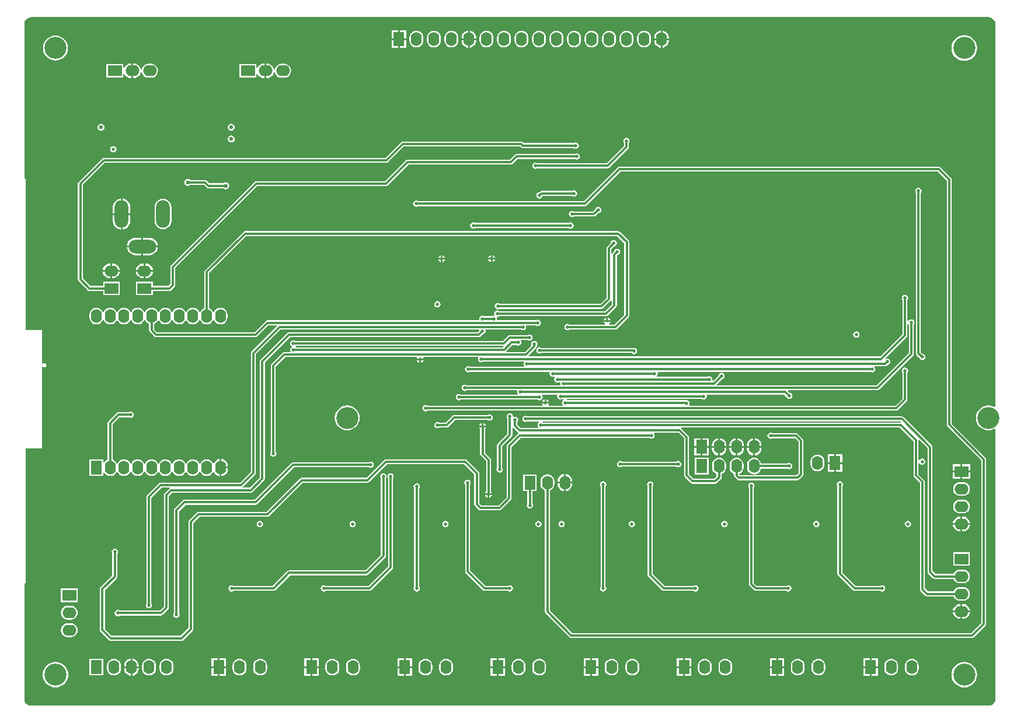
<source format=gbl>
G04*
G04 #@! TF.GenerationSoftware,Altium Limited,CircuitStudio,1.5.2 (1.5.2.30)*
G04*
G04 Layer_Physical_Order=4*
G04 Layer_Color=16711680*
%FSLAX25Y25*%
%MOIN*%
G70*
G01*
G75*
%ADD37C,0.01181*%
%ADD39O,0.07874X0.06299*%
%ADD40R,0.07874X0.06299*%
%ADD41O,0.06299X0.07874*%
%ADD42R,0.06299X0.07874*%
%ADD43O,0.07874X0.15748*%
%ADD44O,0.15748X0.07874*%
%ADD45C,0.01969*%
%ADD46C,0.02362*%
%ADD47C,0.12598*%
G36*
X551421Y393600D02*
X552379Y393203D01*
X553202Y392572D01*
X553833Y391749D01*
X554229Y390792D01*
X554360Y389797D01*
X554331Y389764D01*
X554331D01*
X554350Y171055D01*
X553850Y170755D01*
X553119Y171146D01*
X551783Y171551D01*
X550394Y171688D01*
X549005Y171551D01*
X547669Y171146D01*
X546438Y170488D01*
X545359Y169602D01*
X544473Y168523D01*
X543815Y167292D01*
X543410Y165956D01*
X543273Y164567D01*
X543410Y163178D01*
X543815Y161842D01*
X544473Y160611D01*
X545359Y159532D01*
X546438Y158646D01*
X547669Y157988D01*
X549005Y157583D01*
X550394Y157446D01*
X551783Y157583D01*
X553119Y157988D01*
X553851Y158379D01*
X554351Y158080D01*
X554365Y3937D01*
X554229Y2909D01*
X553833Y1952D01*
X553202Y1129D01*
X552379Y498D01*
X551421Y101D01*
X550427Y-30D01*
X550394Y-0D01*
Y-0D01*
X3937Y-34D01*
X2909Y101D01*
X1952Y498D01*
X1129Y1129D01*
X498Y1952D01*
X101Y2909D01*
X-30Y3903D01*
X-0Y3937D01*
X-0D01*
X-6Y69936D01*
X67Y69950D01*
X458Y70211D01*
X719Y70602D01*
X810Y71063D01*
Y147228D01*
X10055D01*
Y193698D01*
X10555Y193850D01*
X10566Y193833D01*
X10956Y193572D01*
X11417Y193481D01*
X11787Y193554D01*
X11878Y193572D01*
X12269Y193833D01*
X12530Y194224D01*
X12622Y194685D01*
Y194685D01*
X12530Y195146D01*
X12269Y195537D01*
X11878Y195798D01*
X11417Y195889D01*
X10956Y195798D01*
X10800Y195693D01*
X10566Y195537D01*
X10566Y195537D01*
X10555Y195521D01*
X10055Y195672D01*
Y214783D01*
X810D01*
Y300590D01*
X719Y301051D01*
X458Y301442D01*
X67Y301703D01*
X-26Y301722D01*
X-34Y389764D01*
X101Y390792D01*
X498Y391749D01*
X1129Y392572D01*
X1952Y393203D01*
X2909Y393600D01*
X3903Y393730D01*
X3937Y393701D01*
Y393701D01*
X550394Y393735D01*
X551421Y393600D01*
D02*
G37*
%LPC*%
G36*
X204921Y132909D02*
X204230Y132771D01*
X203644Y132380D01*
X203252Y131794D01*
X203115Y131102D01*
X203252Y130411D01*
X203516Y130016D01*
Y86212D01*
X194694Y77389D01*
X151181D01*
X150644Y77282D01*
X150188Y76978D01*
X141662Y68452D01*
X119315D01*
X118920Y68716D01*
X118228Y68854D01*
X117537Y68716D01*
X116951Y68325D01*
X116560Y67738D01*
X116422Y67047D01*
X116560Y66356D01*
X116951Y65770D01*
X117537Y65378D01*
X118228Y65241D01*
X118920Y65378D01*
X119315Y65642D01*
X142244D01*
X142782Y65749D01*
X143237Y66054D01*
X151763Y74579D01*
X195276D01*
X195813Y74686D01*
X196269Y74991D01*
X205915Y84636D01*
X206219Y85092D01*
X206326Y85630D01*
Y130016D01*
X206590Y130411D01*
X206728Y131102D01*
X206590Y131794D01*
X206199Y132380D01*
X205612Y132771D01*
X204921Y132909D01*
D02*
G37*
G36*
X209055D02*
X208364Y132771D01*
X207778Y132380D01*
X207386Y131794D01*
X207249Y131102D01*
X207386Y130411D01*
X207650Y130016D01*
Y79716D01*
X196387Y68452D01*
X172071D01*
X171676Y68716D01*
X170984Y68854D01*
X170293Y68716D01*
X169707Y68325D01*
X169315Y67738D01*
X169178Y67047D01*
X169315Y66356D01*
X169707Y65770D01*
X170293Y65378D01*
X170984Y65241D01*
X171676Y65378D01*
X172071Y65642D01*
X196968D01*
X197506Y65749D01*
X197962Y66054D01*
X210049Y78140D01*
X210353Y78596D01*
X210460Y79134D01*
Y130016D01*
X210724Y130411D01*
X210861Y131102D01*
X210724Y131794D01*
X210332Y132380D01*
X209746Y132771D01*
X209055Y132909D01*
D02*
G37*
G36*
X277165Y167161D02*
X276474Y167023D01*
X275888Y166632D01*
X275497Y166046D01*
X275359Y165354D01*
X275497Y164663D01*
X275760Y164268D01*
Y155306D01*
X270266Y149812D01*
X269962Y149356D01*
X269855Y148819D01*
Y136126D01*
X269591Y135731D01*
X269454Y135039D01*
X269591Y134348D01*
X269983Y133762D01*
X270569Y133370D01*
X271260Y133233D01*
X271951Y133370D01*
X272537Y133762D01*
X272929Y134348D01*
X273066Y135039D01*
X272929Y135731D01*
X272665Y136126D01*
Y148237D01*
X278159Y153731D01*
X278463Y154187D01*
X278570Y154724D01*
Y158976D01*
X279070Y159127D01*
X279125Y159046D01*
X281684Y156487D01*
X282055Y156239D01*
X282125Y155883D01*
X282115Y155677D01*
X281881Y155521D01*
X275778Y149419D01*
X275474Y148963D01*
X275367Y148425D01*
Y119283D01*
X270678Y114594D01*
X260818D01*
X259673Y115739D01*
Y132874D01*
X259566Y133412D01*
X259261Y133868D01*
X252765Y140364D01*
X252309Y140668D01*
X251772Y140775D01*
X206299D01*
X205762Y140668D01*
X205306Y140364D01*
X195284Y130342D01*
X158268D01*
X157730Y130235D01*
X157274Y129930D01*
X138198Y110854D01*
X99410D01*
X98872Y110747D01*
X98416Y110442D01*
X94085Y106112D01*
X93781Y105656D01*
X93674Y105118D01*
Y44480D01*
X89182Y39988D01*
X49795D01*
X45893Y43889D01*
Y66150D01*
X52568Y72825D01*
X52873Y73281D01*
X52980Y73819D01*
Y86906D01*
X53244Y87301D01*
X53381Y87992D01*
X53244Y88683D01*
X52852Y89269D01*
X52266Y89661D01*
X51575Y89798D01*
X50884Y89661D01*
X50297Y89269D01*
X49906Y88683D01*
X49768Y87992D01*
X49906Y87301D01*
X50170Y86906D01*
Y74401D01*
X43495Y67726D01*
X43190Y67270D01*
X43083Y66732D01*
Y43307D01*
X43190Y42769D01*
X43495Y42314D01*
X48219Y37589D01*
X48675Y37285D01*
X49213Y37178D01*
X89764D01*
X90301Y37285D01*
X90757Y37589D01*
X96072Y42904D01*
X96377Y43360D01*
X96484Y43898D01*
Y104536D01*
X99991Y108044D01*
X138779D01*
X139317Y108151D01*
X139773Y108455D01*
X158850Y127532D01*
X195866D01*
X196404Y127639D01*
X196860Y127944D01*
X206881Y137965D01*
X251190D01*
X256863Y132292D01*
Y115157D01*
X256970Y114620D01*
X257274Y114164D01*
X259243Y112196D01*
X259699Y111891D01*
X260236Y111784D01*
X271260D01*
X271797Y111891D01*
X272253Y112196D01*
X277765Y117707D01*
X278070Y118163D01*
X278177Y118701D01*
Y147843D01*
X283456Y153123D01*
X356985D01*
X357380Y152859D01*
X358071Y152721D01*
X358762Y152859D01*
X359348Y153250D01*
X359740Y153836D01*
X359877Y154528D01*
X359740Y155219D01*
X359502Y155575D01*
X359769Y156075D01*
X373434D01*
X376548Y152961D01*
Y131890D01*
X376655Y131352D01*
X376959Y130896D01*
X380503Y127353D01*
X380958Y127049D01*
X381496Y126942D01*
X394488D01*
X395026Y127049D01*
X395482Y127353D01*
X397608Y129479D01*
X397912Y129935D01*
X398019Y130472D01*
Y132541D01*
X398600Y132782D01*
X399422Y133413D01*
X400053Y134235D01*
X400450Y135193D01*
X400585Y136221D01*
Y137795D01*
X400450Y138823D01*
X400053Y139781D01*
X399422Y140603D01*
X398600Y141234D01*
X397642Y141631D01*
X396614Y141766D01*
X395586Y141631D01*
X394629Y141234D01*
X393806Y140603D01*
X393175Y139781D01*
X392778Y138823D01*
X392643Y137795D01*
Y136221D01*
X392778Y135193D01*
X393175Y134235D01*
X393806Y133413D01*
X394629Y132782D01*
X395209Y132541D01*
Y131054D01*
X393906Y129751D01*
X382078D01*
X379358Y132472D01*
Y153543D01*
X379251Y154081D01*
X378946Y154537D01*
X375009Y158474D01*
X374928Y158528D01*
X375079Y159028D01*
X499812D01*
X507650Y151190D01*
Y131693D01*
X507757Y131155D01*
X508062Y130700D01*
X511390Y127371D01*
Y66535D01*
X511497Y65998D01*
X511802Y65542D01*
X514400Y62944D01*
X514856Y62639D01*
X515394Y62532D01*
X530573D01*
X530813Y61952D01*
X531444Y61129D01*
X532267Y60498D01*
X533224Y60101D01*
X534252Y59966D01*
X535827D01*
X536855Y60101D01*
X537812Y60498D01*
X538635Y61129D01*
X539266Y61952D01*
X539662Y62909D01*
X539798Y63937D01*
X539662Y64965D01*
X539266Y65922D01*
X538635Y66745D01*
X537812Y67376D01*
X536855Y67773D01*
X535827Y67908D01*
X534252D01*
X533224Y67773D01*
X532267Y67376D01*
X531444Y66745D01*
X530813Y65922D01*
X530573Y65342D01*
X515976D01*
X514200Y67117D01*
Y127953D01*
X514093Y128490D01*
X513789Y128946D01*
X510460Y132275D01*
Y138499D01*
X510543Y138559D01*
X511223Y138437D01*
X511321Y138290D01*
X511907Y137898D01*
X512598Y137761D01*
X513290Y137898D01*
X513876Y138290D01*
X514267Y138876D01*
X514405Y139567D01*
X514267Y140258D01*
X513876Y140844D01*
X513290Y141236D01*
X512598Y141373D01*
X511907Y141236D01*
X511321Y140844D01*
X511223Y140697D01*
X510543Y140575D01*
X510460Y140635D01*
Y151772D01*
X510451Y151815D01*
X510912Y152061D01*
X515721Y147253D01*
Y76575D01*
X515828Y76037D01*
X516132Y75581D01*
X518770Y72944D01*
X519226Y72639D01*
X519764Y72532D01*
X530573D01*
X530813Y71952D01*
X531444Y71129D01*
X532267Y70498D01*
X533224Y70101D01*
X534252Y69966D01*
X535827D01*
X536855Y70101D01*
X537812Y70498D01*
X538635Y71129D01*
X539266Y71952D01*
X539662Y72909D01*
X539798Y73937D01*
X539662Y74965D01*
X539266Y75923D01*
X538635Y76745D01*
X537812Y77376D01*
X536855Y77773D01*
X535827Y77908D01*
X534252D01*
X533224Y77773D01*
X532267Y77376D01*
X531444Y76745D01*
X530813Y75923D01*
X530573Y75342D01*
X520346D01*
X518531Y77157D01*
Y147835D01*
X518424Y148372D01*
X518119Y148828D01*
X501978Y164970D01*
X501522Y165274D01*
X500984Y165381D01*
X287110D01*
X286715Y165645D01*
X286024Y165783D01*
X285332Y165645D01*
X284746Y165254D01*
X284355Y164668D01*
X284217Y163976D01*
X284355Y163285D01*
X284746Y162699D01*
X285332Y162308D01*
X286024Y162170D01*
X286715Y162308D01*
X287110Y162571D01*
X293748D01*
X293899Y162071D01*
X293506Y161809D01*
X293115Y161223D01*
X292977Y160531D01*
X293115Y159840D01*
X293419Y159385D01*
X293227Y158885D01*
X283259D01*
X281523Y160621D01*
Y162300D01*
X281787Y162695D01*
X281925Y163386D01*
X281787Y164077D01*
X281395Y164663D01*
X280809Y165055D01*
X280118Y165192D01*
X279427Y165055D01*
X279421Y165051D01*
X278971Y165352D01*
X278972Y165354D01*
X278834Y166046D01*
X278443Y166632D01*
X277857Y167023D01*
X277165Y167161D01*
D02*
G37*
G36*
X357283Y128184D02*
X356592Y128047D01*
X356006Y127655D01*
X355615Y127069D01*
X355477Y126378D01*
X355615Y125687D01*
X355878Y125292D01*
Y74803D01*
X355985Y74265D01*
X356290Y73810D01*
X364046Y66054D01*
X364502Y65749D01*
X365039Y65642D01*
X382103D01*
X382498Y65378D01*
X383189Y65241D01*
X383880Y65378D01*
X384466Y65770D01*
X384858Y66356D01*
X384995Y67047D01*
X384858Y67738D01*
X384466Y68325D01*
X383880Y68716D01*
X383189Y68854D01*
X382498Y68716D01*
X382103Y68452D01*
X365621D01*
X358688Y75385D01*
Y125292D01*
X358952Y125687D01*
X359090Y126378D01*
X358952Y127069D01*
X358561Y127655D01*
X357975Y128047D01*
X357283Y128184D01*
D02*
G37*
G36*
X415059Y127495D02*
X414368Y127358D01*
X413782Y126966D01*
X413390Y126380D01*
X413253Y125689D01*
X413390Y124998D01*
X413654Y124603D01*
Y69587D01*
X413761Y69049D01*
X414066Y68593D01*
X416605Y66054D01*
X417061Y65749D01*
X417598Y65642D01*
X435055D01*
X435451Y65378D01*
X436142Y65241D01*
X436833Y65378D01*
X437419Y65770D01*
X437811Y66356D01*
X437948Y67047D01*
X437811Y67738D01*
X437419Y68325D01*
X436833Y68716D01*
X436142Y68854D01*
X435451Y68716D01*
X435055Y68452D01*
X418180D01*
X416464Y70169D01*
Y124603D01*
X416728Y124998D01*
X416865Y125689D01*
X416728Y126380D01*
X416336Y126966D01*
X415750Y127358D01*
X415059Y127495D01*
D02*
G37*
G36*
X465551Y128381D02*
X464860Y128244D01*
X464274Y127852D01*
X463882Y127266D01*
X463745Y126575D01*
X463882Y125883D01*
X464146Y125489D01*
Y75394D01*
X464253Y74856D01*
X464558Y74400D01*
X472904Y66054D01*
X473360Y65749D01*
X473898Y65642D01*
X488599D01*
X488994Y65378D01*
X489685Y65241D01*
X490376Y65378D01*
X490962Y65770D01*
X491354Y66356D01*
X491491Y67047D01*
X491354Y67738D01*
X490962Y68325D01*
X490376Y68716D01*
X489685Y68854D01*
X488994Y68716D01*
X488599Y68452D01*
X474480D01*
X466956Y75976D01*
Y125489D01*
X467220Y125883D01*
X467357Y126575D01*
X467220Y127266D01*
X466828Y127852D01*
X466242Y128244D01*
X465551Y128381D01*
D02*
G37*
G36*
X539764Y87874D02*
X530315D01*
Y80000D01*
X539764D01*
Y87874D01*
D02*
G37*
G36*
X187402Y105743D02*
X186710Y105606D01*
X186124Y105214D01*
X185733Y104628D01*
X185595Y103937D01*
X185733Y103246D01*
X186124Y102660D01*
X186710Y102268D01*
X187402Y102131D01*
X188093Y102268D01*
X188679Y102660D01*
X189070Y103246D01*
X189208Y103937D01*
X189070Y104628D01*
X188679Y105214D01*
X188093Y105606D01*
X187402Y105743D01*
D02*
G37*
G36*
X240354D02*
X239663Y105606D01*
X239077Y105214D01*
X238685Y104628D01*
X238548Y103937D01*
X238685Y103246D01*
X239077Y102660D01*
X239663Y102268D01*
X240354Y102131D01*
X241046Y102268D01*
X241632Y102660D01*
X242023Y103246D01*
X242161Y103937D01*
X242023Y104628D01*
X241632Y105214D01*
X241046Y105606D01*
X240354Y105743D01*
D02*
G37*
G36*
X293504D02*
X292813Y105606D01*
X292227Y105214D01*
X291835Y104628D01*
X291698Y103937D01*
X291835Y103246D01*
X292227Y102660D01*
X292813Y102268D01*
X293504Y102131D01*
X294195Y102268D01*
X294781Y102660D01*
X295173Y103246D01*
X295310Y103937D01*
X295173Y104628D01*
X294781Y105214D01*
X294195Y105606D01*
X293504Y105743D01*
D02*
G37*
G36*
X534539Y103437D02*
X530132D01*
X530209Y102854D01*
X530627Y101844D01*
X531292Y100978D01*
X532159Y100312D01*
X533169Y99894D01*
X534252Y99752D01*
X534539D01*
Y103437D01*
D02*
G37*
G36*
X539946D02*
X535539D01*
Y99752D01*
X535827D01*
X536910Y99894D01*
X537920Y100312D01*
X538786Y100978D01*
X539452Y101844D01*
X539870Y102854D01*
X539946Y103437D01*
D02*
G37*
G36*
X134449Y105743D02*
X133758Y105606D01*
X133171Y105214D01*
X132780Y104628D01*
X132642Y103937D01*
X132780Y103246D01*
X133171Y102660D01*
X133758Y102268D01*
X134449Y102131D01*
X135140Y102268D01*
X135726Y102660D01*
X136118Y103246D01*
X136255Y103937D01*
X136118Y104628D01*
X135726Y105214D01*
X135140Y105606D01*
X134449Y105743D01*
D02*
G37*
G36*
X330433Y128302D02*
X329742Y128165D01*
X329156Y127773D01*
X328764Y127187D01*
X328627Y126496D01*
X328764Y125805D01*
X329028Y125410D01*
Y68133D01*
X328764Y67738D01*
X328627Y67047D01*
X328764Y66356D01*
X329156Y65770D01*
X329742Y65378D01*
X330433Y65241D01*
X331124Y65378D01*
X331710Y65770D01*
X332102Y66356D01*
X332239Y67047D01*
X332102Y67738D01*
X331838Y68133D01*
Y125410D01*
X332102Y125805D01*
X332239Y126496D01*
X332102Y127187D01*
X331710Y127773D01*
X331124Y128165D01*
X330433Y128302D01*
D02*
G37*
G36*
X26378Y47160D02*
X24803D01*
X23775Y47025D01*
X22818Y46628D01*
X21995Y45997D01*
X21364Y45175D01*
X20967Y44217D01*
X20832Y43189D01*
X20967Y42161D01*
X21364Y41203D01*
X21995Y40381D01*
X22818Y39750D01*
X23775Y39353D01*
X24803Y39218D01*
X26378D01*
X27406Y39353D01*
X28363Y39750D01*
X29186Y40381D01*
X29817Y41203D01*
X30214Y42161D01*
X30349Y43189D01*
X30214Y44217D01*
X29817Y45175D01*
X29186Y45997D01*
X28363Y46628D01*
X27406Y47025D01*
X26378Y47160D01*
D02*
G37*
G36*
X522047Y308098D02*
X339764D01*
X339226Y307991D01*
X338770Y307686D01*
X319497Y288413D01*
X224708D01*
X224313Y288677D01*
X223622Y288814D01*
X222931Y288677D01*
X222345Y288285D01*
X221953Y287699D01*
X221816Y287008D01*
X221953Y286317D01*
X222345Y285731D01*
X222931Y285339D01*
X223622Y285202D01*
X224313Y285339D01*
X224708Y285603D01*
X320079D01*
X320616Y285710D01*
X321072Y286014D01*
X340346Y305288D01*
X521465D01*
X526548Y300205D01*
Y160630D01*
X526655Y160092D01*
X526959Y159636D01*
X546233Y140363D01*
Y47432D01*
X540363Y41562D01*
X312787D01*
X299988Y54361D01*
Y123092D01*
X300568Y123333D01*
X301391Y123964D01*
X302022Y124786D01*
X302418Y125744D01*
X302554Y126772D01*
Y128347D01*
X302418Y129374D01*
X302022Y130332D01*
X301391Y131154D01*
X300568Y131785D01*
X299610Y132182D01*
X298583Y132317D01*
X297555Y132182D01*
X296597Y131785D01*
X295775Y131154D01*
X295144Y130332D01*
X294747Y129374D01*
X294612Y128347D01*
Y126772D01*
X294747Y125744D01*
X295144Y124786D01*
X295775Y123964D01*
X296597Y123333D01*
X297178Y123092D01*
Y53780D01*
X297285Y53242D01*
X297589Y52786D01*
X311211Y39164D01*
X311667Y38860D01*
X312205Y38752D01*
X540945D01*
X541482Y38860D01*
X541938Y39164D01*
X548631Y45857D01*
X548936Y46313D01*
X549043Y46850D01*
Y140945D01*
X548936Y141482D01*
X548631Y141938D01*
X529358Y161212D01*
Y300787D01*
X529251Y301325D01*
X528946Y301781D01*
X523041Y307686D01*
X522585Y307991D01*
X522047Y308098D01*
D02*
G37*
G36*
X26378Y57160D02*
X24803D01*
X23775Y57025D01*
X22818Y56628D01*
X21995Y55997D01*
X21364Y55174D01*
X20967Y54217D01*
X20832Y53189D01*
X20967Y52161D01*
X21364Y51204D01*
X21995Y50381D01*
X22818Y49750D01*
X23775Y49353D01*
X24803Y49218D01*
X26378D01*
X27406Y49353D01*
X28363Y49750D01*
X29186Y50381D01*
X29817Y51204D01*
X30214Y52161D01*
X30349Y53189D01*
X30214Y54217D01*
X29817Y55174D01*
X29186Y55997D01*
X28363Y56628D01*
X27406Y57025D01*
X26378Y57160D01*
D02*
G37*
G36*
X482571Y26984D02*
X478921D01*
Y22547D01*
X482571D01*
Y26984D01*
D02*
G37*
G36*
X274425D02*
X270776D01*
Y22547D01*
X274425D01*
Y26984D01*
D02*
G37*
G36*
X487220D02*
X483571D01*
Y22547D01*
X487220D01*
Y26984D01*
D02*
G37*
G36*
X534539Y53437D02*
X530132D01*
X530209Y52854D01*
X530627Y51844D01*
X531292Y50977D01*
X532159Y50312D01*
X533169Y49894D01*
X534252Y49752D01*
X534539D01*
Y53437D01*
D02*
G37*
G36*
X30315Y67126D02*
X20866D01*
Y59252D01*
X30315D01*
Y67126D01*
D02*
G37*
G36*
X223937Y127121D02*
X223246Y126984D01*
X222660Y126592D01*
X222268Y126006D01*
X222131Y125315D01*
X222268Y124624D01*
X222532Y124229D01*
Y68133D01*
X222268Y67738D01*
X222131Y67047D01*
X222268Y66356D01*
X222660Y65770D01*
X223246Y65378D01*
X223937Y65241D01*
X224628Y65378D01*
X225214Y65770D01*
X225606Y66356D01*
X225743Y67047D01*
X225606Y67738D01*
X225342Y68133D01*
Y124229D01*
X225606Y124624D01*
X225743Y125315D01*
X225606Y126006D01*
X225214Y126592D01*
X224628Y126984D01*
X223937Y127121D01*
D02*
G37*
G36*
X252953Y129169D02*
X252261Y129031D01*
X251676Y128639D01*
X251284Y128053D01*
X251146Y127362D01*
X251284Y126671D01*
X251548Y126276D01*
Y76772D01*
X251655Y76234D01*
X251959Y75778D01*
X261684Y66054D01*
X262140Y65749D01*
X262677Y65642D01*
X276000D01*
X276395Y65378D01*
X277087Y65241D01*
X277778Y65378D01*
X278364Y65770D01*
X278755Y66356D01*
X278893Y67047D01*
X278755Y67738D01*
X278364Y68325D01*
X277778Y68716D01*
X277087Y68854D01*
X276395Y68716D01*
X276000Y68452D01*
X263259D01*
X254358Y77354D01*
Y126276D01*
X254622Y126671D01*
X254759Y127362D01*
X254622Y128053D01*
X254230Y128639D01*
X253644Y129031D01*
X252953Y129169D01*
D02*
G37*
G36*
X539946Y53437D02*
X535539D01*
Y49752D01*
X535827D01*
X536910Y49894D01*
X537920Y50312D01*
X538786Y50977D01*
X539452Y51844D01*
X539870Y52854D01*
X539946Y53437D01*
D02*
G37*
G36*
X534539Y58122D02*
X534252D01*
X533169Y57980D01*
X532159Y57562D01*
X531292Y56897D01*
X530627Y56030D01*
X530209Y55020D01*
X530132Y54437D01*
X534539D01*
Y58122D01*
D02*
G37*
G36*
X535827D02*
X535539D01*
Y54437D01*
X539946D01*
X539870Y55020D01*
X539452Y56030D01*
X538786Y56897D01*
X537920Y57562D01*
X536910Y57980D01*
X535827Y58122D01*
D02*
G37*
G36*
X534539Y133437D02*
X530102D01*
Y129787D01*
X534539D01*
Y133437D01*
D02*
G37*
G36*
X539976D02*
X535539D01*
Y129787D01*
X539976D01*
Y133437D01*
D02*
G37*
G36*
X116115Y135663D02*
X112429D01*
Y131256D01*
X113012Y131333D01*
X114022Y131751D01*
X114889Y132416D01*
X115554Y133283D01*
X115972Y134293D01*
X116115Y135376D01*
Y135663D01*
D02*
G37*
G36*
X312768Y127059D02*
X309083D01*
Y122652D01*
X309666Y122729D01*
X310675Y123147D01*
X311542Y123812D01*
X312207Y124679D01*
X312626Y125688D01*
X312768Y126772D01*
Y127059D01*
D02*
G37*
G36*
X308083Y132466D02*
X307499Y132389D01*
X306490Y131971D01*
X305623Y131306D01*
X304958Y130439D01*
X304540Y129430D01*
X304397Y128347D01*
Y128059D01*
X308083D01*
Y132466D01*
D02*
G37*
G36*
X309083Y132466D02*
Y128059D01*
X312768D01*
Y128347D01*
X312626Y129430D01*
X312207Y130439D01*
X311542Y131306D01*
X310675Y131971D01*
X309666Y132389D01*
X309083Y132466D01*
D02*
G37*
G36*
X425984Y156137D02*
X425293Y156000D01*
X424707Y155608D01*
X424315Y155022D01*
X424178Y154331D01*
X424315Y153639D01*
X424707Y153053D01*
X425293Y152662D01*
X425984Y152524D01*
X426676Y152662D01*
X427071Y152926D01*
X439969D01*
X441902Y150993D01*
Y132865D01*
X440757Y131720D01*
X408456D01*
X408097Y132079D01*
X408159Y132599D01*
X408600Y132782D01*
X409422Y133413D01*
X410053Y134235D01*
X410450Y135193D01*
X410585Y136221D01*
Y137795D01*
X410450Y138823D01*
X410053Y139781D01*
X409422Y140603D01*
X408600Y141234D01*
X407642Y141631D01*
X406614Y141766D01*
X405586Y141631D01*
X404629Y141234D01*
X403806Y140603D01*
X403175Y139781D01*
X402778Y138823D01*
X402643Y137795D01*
Y136221D01*
X402778Y135193D01*
X403175Y134235D01*
X403806Y133413D01*
X404629Y132782D01*
X405209Y132541D01*
Y131575D01*
X405316Y131037D01*
X405621Y130581D01*
X406881Y129322D01*
X407336Y129017D01*
X407874Y128910D01*
X441339D01*
X441876Y129017D01*
X442332Y129322D01*
X444301Y131290D01*
X444605Y131746D01*
X444712Y132283D01*
Y151575D01*
X444605Y152112D01*
X444301Y152568D01*
X441545Y155324D01*
X441089Y155629D01*
X440551Y155736D01*
X427071D01*
X426676Y156000D01*
X425984Y156137D01*
D02*
G37*
G36*
X452795Y143538D02*
X451767Y143403D01*
X450810Y143006D01*
X449987Y142375D01*
X449356Y141552D01*
X448960Y140595D01*
X448824Y139567D01*
Y137992D01*
X448960Y136964D01*
X449356Y136007D01*
X449987Y135184D01*
X450810Y134553D01*
X451767Y134157D01*
X452795Y134021D01*
X453823Y134157D01*
X454781Y134553D01*
X455603Y135184D01*
X456234Y136007D01*
X456631Y136964D01*
X456766Y137992D01*
Y139567D01*
X456631Y140595D01*
X456234Y141552D01*
X455603Y142375D01*
X454781Y143006D01*
X453823Y143403D01*
X452795Y143538D01*
D02*
G37*
G36*
X534539Y138087D02*
X530102D01*
Y134437D01*
X534539D01*
Y138087D01*
D02*
G37*
G36*
X539976D02*
X535539D01*
Y134437D01*
X539976D01*
Y138087D01*
D02*
G37*
G36*
X390551Y141732D02*
X382677D01*
Y132283D01*
X390551D01*
Y141732D01*
D02*
G37*
G36*
X462295Y138279D02*
X458646D01*
Y133843D01*
X462295D01*
Y138279D01*
D02*
G37*
G36*
X466945D02*
X463295D01*
Y133843D01*
X466945D01*
Y138279D01*
D02*
G37*
G36*
X308083Y127059D02*
X304397D01*
Y126772D01*
X304540Y125688D01*
X304958Y124679D01*
X305623Y123812D01*
X306490Y123147D01*
X307499Y122729D01*
X308083Y122652D01*
Y127059D01*
D02*
G37*
G36*
X452165Y105743D02*
X451474Y105606D01*
X450888Y105214D01*
X450496Y104628D01*
X450359Y103937D01*
X450496Y103246D01*
X450888Y102660D01*
X451474Y102268D01*
X452165Y102131D01*
X452857Y102268D01*
X453443Y102660D01*
X453834Y103246D01*
X453972Y103937D01*
X453834Y104628D01*
X453443Y105214D01*
X452857Y105606D01*
X452165Y105743D01*
D02*
G37*
G36*
X504528D02*
X503836Y105606D01*
X503250Y105214D01*
X502859Y104628D01*
X502721Y103937D01*
X502859Y103246D01*
X503250Y102660D01*
X503836Y102268D01*
X504528Y102131D01*
X505219Y102268D01*
X505805Y102660D01*
X506196Y103246D01*
X506334Y103937D01*
X506196Y104628D01*
X505805Y105214D01*
X505219Y105606D01*
X504528Y105743D01*
D02*
G37*
G36*
X534539Y108122D02*
X534252D01*
X533169Y107980D01*
X532159Y107562D01*
X531292Y106896D01*
X530627Y106030D01*
X530209Y105020D01*
X530132Y104437D01*
X534539D01*
Y108122D01*
D02*
G37*
G36*
X306693Y105743D02*
X306002Y105606D01*
X305416Y105214D01*
X305024Y104628D01*
X304887Y103937D01*
X305024Y103246D01*
X305416Y102660D01*
X306002Y102268D01*
X306693Y102131D01*
X307384Y102268D01*
X307970Y102660D01*
X308362Y103246D01*
X308499Y103937D01*
X308362Y104628D01*
X307970Y105214D01*
X307384Y105606D01*
X306693Y105743D01*
D02*
G37*
G36*
X346850D02*
X346159Y105606D01*
X345573Y105214D01*
X345181Y104628D01*
X345044Y103937D01*
X345181Y103246D01*
X345573Y102660D01*
X346159Y102268D01*
X346850Y102131D01*
X347542Y102268D01*
X348128Y102660D01*
X348519Y103246D01*
X348657Y103937D01*
X348519Y104628D01*
X348128Y105214D01*
X347542Y105606D01*
X346850Y105743D01*
D02*
G37*
G36*
X399606D02*
X398915Y105606D01*
X398329Y105214D01*
X397937Y104628D01*
X397800Y103937D01*
X397937Y103246D01*
X398329Y102660D01*
X398915Y102268D01*
X399606Y102131D01*
X400298Y102268D01*
X400884Y102660D01*
X401275Y103246D01*
X401413Y103937D01*
X401275Y104628D01*
X400884Y105214D01*
X400298Y105606D01*
X399606Y105743D01*
D02*
G37*
G36*
X535827Y108122D02*
X535539D01*
Y104437D01*
X539946D01*
X539870Y105020D01*
X539452Y106030D01*
X538786Y106896D01*
X537920Y107562D01*
X536910Y107980D01*
X535827Y108122D01*
D02*
G37*
G36*
X266884Y120366D02*
X265461D01*
Y118942D01*
X265735Y118997D01*
X266391Y119436D01*
X266830Y120092D01*
X266884Y120366D01*
D02*
G37*
G36*
X535827Y127908D02*
X534252D01*
X533224Y127773D01*
X532267Y127376D01*
X531444Y126745D01*
X530813Y125923D01*
X530416Y124965D01*
X530281Y123937D01*
X530416Y122909D01*
X530813Y121951D01*
X531444Y121129D01*
X532267Y120498D01*
X533224Y120101D01*
X534252Y119966D01*
X535827D01*
X536855Y120101D01*
X537812Y120498D01*
X538635Y121129D01*
X539266Y121951D01*
X539662Y122909D01*
X539798Y123937D01*
X539662Y124965D01*
X539266Y125923D01*
X538635Y126745D01*
X537812Y127376D01*
X536855Y127773D01*
X535827Y127908D01*
D02*
G37*
G36*
X263538Y159146D02*
X259690D01*
X259745Y158871D01*
X260184Y158215D01*
X260209Y158198D01*
Y143898D01*
X260316Y143360D01*
X260621Y142904D01*
X263556Y139969D01*
Y122314D01*
X263530Y122297D01*
X263091Y121640D01*
X263037Y121366D01*
X266884D01*
X266830Y121640D01*
X266391Y122297D01*
X266366Y122314D01*
Y140551D01*
X266259Y141089D01*
X265954Y141545D01*
X263019Y144480D01*
Y158198D01*
X263045Y158215D01*
X263483Y158871D01*
X263538Y159146D01*
D02*
G37*
G36*
X535827Y117908D02*
X534252D01*
X533224Y117773D01*
X532267Y117376D01*
X531444Y116745D01*
X530813Y115922D01*
X530416Y114965D01*
X530281Y113937D01*
X530416Y112909D01*
X530813Y111951D01*
X531444Y111129D01*
X532267Y110498D01*
X533224Y110101D01*
X534252Y109966D01*
X535827D01*
X536855Y110101D01*
X537812Y110498D01*
X538635Y111129D01*
X539266Y111951D01*
X539662Y112909D01*
X539798Y113937D01*
X539662Y114965D01*
X539266Y115922D01*
X538635Y116745D01*
X537812Y117376D01*
X536855Y117773D01*
X535827Y117908D01*
D02*
G37*
G36*
X292520Y132283D02*
X284646D01*
Y122835D01*
X287178D01*
Y115653D01*
X286914Y115258D01*
X286776Y114567D01*
X286914Y113876D01*
X287305Y113290D01*
X287891Y112898D01*
X288583Y112761D01*
X289274Y112898D01*
X289860Y113290D01*
X290251Y113876D01*
X290389Y114567D01*
X290251Y115258D01*
X289988Y115653D01*
Y122835D01*
X292520D01*
Y132283D01*
D02*
G37*
G36*
X264461Y120366D02*
X263037D01*
X263091Y120092D01*
X263530Y119436D01*
X264186Y118997D01*
X264461Y118942D01*
Y120366D01*
D02*
G37*
G36*
X269776Y26984D02*
X266126D01*
Y22547D01*
X269776D01*
Y26984D01*
D02*
G37*
G36*
X487220Y21547D02*
X483571D01*
Y17110D01*
X487220D01*
Y21547D01*
D02*
G37*
G36*
X60642Y21547D02*
X56956D01*
Y21260D01*
X57099Y20177D01*
X57517Y19167D01*
X58182Y18300D01*
X59049Y17635D01*
X60058Y17217D01*
X60642Y17140D01*
Y21547D01*
D02*
G37*
G36*
X65327D02*
X61642D01*
Y17140D01*
X62225Y17217D01*
X63234Y17635D01*
X64101Y18300D01*
X64766Y19167D01*
X65184Y20177D01*
X65327Y21260D01*
Y21547D01*
D02*
G37*
G36*
X429224Y21547D02*
X425575D01*
Y17110D01*
X429224D01*
Y21547D01*
D02*
G37*
G36*
X433874D02*
X430224D01*
Y17110D01*
X433874D01*
Y21547D01*
D02*
G37*
G36*
X482571Y21547D02*
X478921D01*
Y17110D01*
X482571D01*
Y21547D01*
D02*
G37*
G36*
X51142Y26806D02*
X50114Y26670D01*
X49156Y26274D01*
X48334Y25642D01*
X47703Y24820D01*
X47306Y23862D01*
X47171Y22835D01*
Y21260D01*
X47306Y20232D01*
X47703Y19274D01*
X48334Y18452D01*
X49156Y17821D01*
X50114Y17424D01*
X51142Y17289D01*
X52170Y17424D01*
X53127Y17821D01*
X53950Y18452D01*
X54581Y19274D01*
X54977Y20232D01*
X55113Y21260D01*
Y22835D01*
X54977Y23862D01*
X54581Y24820D01*
X53950Y25642D01*
X53127Y26274D01*
X52170Y26670D01*
X51142Y26806D01*
D02*
G37*
G36*
X134646Y26806D02*
X133618Y26670D01*
X132660Y26274D01*
X131838Y25642D01*
X131207Y24820D01*
X130810Y23862D01*
X130675Y22835D01*
Y21260D01*
X130810Y20232D01*
X131207Y19274D01*
X131838Y18452D01*
X132660Y17821D01*
X133618Y17424D01*
X134646Y17289D01*
X135673Y17424D01*
X136631Y17821D01*
X137454Y18452D01*
X138085Y19274D01*
X138481Y20232D01*
X138617Y21260D01*
Y22835D01*
X138481Y23862D01*
X138085Y24820D01*
X137454Y25642D01*
X136631Y26274D01*
X135673Y26670D01*
X134646Y26806D01*
D02*
G37*
G36*
X175787D02*
X174760Y26670D01*
X173802Y26274D01*
X172979Y25642D01*
X172348Y24820D01*
X171952Y23862D01*
X171816Y22835D01*
Y21260D01*
X171952Y20232D01*
X172348Y19274D01*
X172979Y18452D01*
X173802Y17821D01*
X174760Y17424D01*
X175787Y17289D01*
X176815Y17424D01*
X177773Y17821D01*
X178595Y18452D01*
X179226Y19274D01*
X179623Y20232D01*
X179758Y21260D01*
Y22835D01*
X179623Y23862D01*
X179226Y24820D01*
X178595Y25642D01*
X177773Y26274D01*
X176815Y26670D01*
X175787Y26806D01*
D02*
G37*
G36*
X187598D02*
X186571Y26670D01*
X185613Y26274D01*
X184791Y25642D01*
X184160Y24820D01*
X183763Y23862D01*
X183627Y22835D01*
Y21260D01*
X183763Y20232D01*
X184160Y19274D01*
X184791Y18452D01*
X185613Y17821D01*
X186571Y17424D01*
X187598Y17289D01*
X188626Y17424D01*
X189584Y17821D01*
X190406Y18452D01*
X191037Y19274D01*
X191434Y20232D01*
X191569Y21260D01*
Y22835D01*
X191434Y23862D01*
X191037Y24820D01*
X190406Y25642D01*
X189584Y26274D01*
X188626Y26670D01*
X187598Y26806D01*
D02*
G37*
G36*
X71142Y26806D02*
X70114Y26670D01*
X69156Y26274D01*
X68334Y25642D01*
X67703Y24820D01*
X67306Y23862D01*
X67171Y22835D01*
Y21260D01*
X67306Y20232D01*
X67703Y19274D01*
X68334Y18452D01*
X69156Y17821D01*
X70114Y17424D01*
X71142Y17289D01*
X72170Y17424D01*
X73127Y17821D01*
X73950Y18452D01*
X74581Y19274D01*
X74977Y20232D01*
X75113Y21260D01*
Y22835D01*
X74977Y23862D01*
X74581Y24820D01*
X73950Y25642D01*
X73127Y26274D01*
X72170Y26670D01*
X71142Y26806D01*
D02*
G37*
G36*
X81142D02*
X80114Y26670D01*
X79156Y26274D01*
X78334Y25642D01*
X77703Y24820D01*
X77306Y23862D01*
X77171Y22835D01*
Y21260D01*
X77306Y20232D01*
X77703Y19274D01*
X78334Y18452D01*
X79156Y17821D01*
X80114Y17424D01*
X81142Y17289D01*
X82170Y17424D01*
X83127Y17821D01*
X83950Y18452D01*
X84581Y19274D01*
X84977Y20232D01*
X85113Y21260D01*
Y22835D01*
X84977Y23862D01*
X84581Y24820D01*
X83950Y25642D01*
X83127Y26274D01*
X82170Y26670D01*
X81142Y26806D01*
D02*
G37*
G36*
X122835Y26806D02*
X121807Y26670D01*
X120849Y26274D01*
X120027Y25642D01*
X119396Y24820D01*
X118999Y23862D01*
X118864Y22835D01*
Y21260D01*
X118999Y20232D01*
X119396Y19274D01*
X120027Y18452D01*
X120849Y17821D01*
X121807Y17424D01*
X122835Y17289D01*
X123862Y17424D01*
X124820Y17821D01*
X125643Y18452D01*
X126274Y19274D01*
X126670Y20232D01*
X126806Y21260D01*
Y22835D01*
X126670Y23862D01*
X126274Y24820D01*
X125643Y25642D01*
X124820Y26274D01*
X123862Y26670D01*
X122835Y26806D01*
D02*
G37*
G36*
X380724Y21547D02*
X377075D01*
Y17110D01*
X380724D01*
Y21547D01*
D02*
G37*
G36*
X115173Y21547D02*
X111524D01*
Y17110D01*
X115173D01*
Y21547D01*
D02*
G37*
G36*
X163476D02*
X159827D01*
Y17110D01*
X163476D01*
Y21547D01*
D02*
G37*
G36*
X168126D02*
X164476D01*
Y17110D01*
X168126D01*
Y21547D01*
D02*
G37*
G36*
X17717Y25035D02*
X16289Y24895D01*
X14916Y24478D01*
X13650Y23802D01*
X12541Y22892D01*
X11631Y21783D01*
X10955Y20517D01*
X10538Y19144D01*
X10398Y17717D01*
X10538Y16289D01*
X10955Y14916D01*
X11631Y13650D01*
X12541Y12541D01*
X13650Y11631D01*
X14916Y10955D01*
X16289Y10538D01*
X17717Y10398D01*
X19144Y10538D01*
X20517Y10955D01*
X21783Y11631D01*
X22892Y12541D01*
X23802Y13650D01*
X24478Y14916D01*
X24895Y16289D01*
X25035Y17717D01*
X24895Y19144D01*
X24478Y20517D01*
X23802Y21783D01*
X22892Y22892D01*
X21783Y23802D01*
X20517Y24478D01*
X19144Y24895D01*
X17717Y25035D01*
D02*
G37*
G36*
X536614D02*
X535186Y24895D01*
X533813Y24478D01*
X532548Y23802D01*
X531439Y22892D01*
X530529Y21783D01*
X529853Y20517D01*
X529436Y19144D01*
X529295Y17717D01*
X529436Y16289D01*
X529853Y14916D01*
X530529Y13650D01*
X531439Y12541D01*
X532548Y11631D01*
X533813Y10955D01*
X535186Y10538D01*
X536614Y10398D01*
X538042Y10538D01*
X539415Y10955D01*
X540680Y11631D01*
X541789Y12541D01*
X542699Y13650D01*
X543376Y14916D01*
X543792Y16289D01*
X543933Y17717D01*
X543792Y19144D01*
X543376Y20517D01*
X542699Y21783D01*
X541789Y22892D01*
X540680Y23802D01*
X539415Y24478D01*
X538042Y24895D01*
X536614Y25035D01*
D02*
G37*
G36*
X110524Y21547D02*
X106874D01*
Y17110D01*
X110524D01*
Y21547D01*
D02*
G37*
G36*
X216626D02*
X212976D01*
Y17110D01*
X216626D01*
Y21547D01*
D02*
G37*
G36*
X322925Y21547D02*
X319276D01*
Y17110D01*
X322925D01*
Y21547D01*
D02*
G37*
G36*
X327575D02*
X323925D01*
Y17110D01*
X327575D01*
Y21547D01*
D02*
G37*
G36*
X376075D02*
X372425D01*
Y17110D01*
X376075D01*
Y21547D01*
D02*
G37*
G36*
X221276Y21547D02*
X217626D01*
Y17110D01*
X221276D01*
Y21547D01*
D02*
G37*
G36*
X269776Y21547D02*
X266126D01*
Y17110D01*
X269776D01*
Y21547D01*
D02*
G37*
G36*
X274425D02*
X270776D01*
Y17110D01*
X274425D01*
Y21547D01*
D02*
G37*
G36*
X327575Y26984D02*
X323925D01*
Y22547D01*
X327575D01*
Y26984D01*
D02*
G37*
G36*
X380724D02*
X377075D01*
Y22547D01*
X380724D01*
Y26984D01*
D02*
G37*
G36*
X429224D02*
X425575D01*
Y22547D01*
X429224D01*
Y26984D01*
D02*
G37*
G36*
X322925D02*
X319276D01*
Y22547D01*
X322925D01*
Y26984D01*
D02*
G37*
G36*
X376075D02*
X372425D01*
Y22547D01*
X376075D01*
Y26984D01*
D02*
G37*
G36*
X61642Y26954D02*
Y22547D01*
X65327D01*
Y22835D01*
X65184Y23918D01*
X64766Y24927D01*
X64101Y25794D01*
X63234Y26459D01*
X62225Y26877D01*
X61642Y26954D01*
D02*
G37*
G36*
X433874Y26984D02*
X430224D01*
Y22547D01*
X433874D01*
Y26984D01*
D02*
G37*
G36*
X115173D02*
X111524D01*
Y22547D01*
X115173D01*
Y26984D01*
D02*
G37*
G36*
X168126D02*
X164476D01*
Y22547D01*
X168126D01*
Y26984D01*
D02*
G37*
G36*
X221276D02*
X217626D01*
Y22547D01*
X221276D01*
Y26984D01*
D02*
G37*
G36*
X110524D02*
X106874D01*
Y22547D01*
X110524D01*
Y26984D01*
D02*
G37*
G36*
X163476D02*
X159827D01*
Y22547D01*
X163476D01*
Y26984D01*
D02*
G37*
G36*
X216626D02*
X212976D01*
Y22547D01*
X216626D01*
Y26984D01*
D02*
G37*
G36*
X60642Y26954D02*
X60058Y26877D01*
X59049Y26459D01*
X58182Y25794D01*
X57517Y24927D01*
X57099Y23918D01*
X56956Y22835D01*
Y22547D01*
X60642D01*
Y26954D01*
D02*
G37*
G36*
X293898Y26806D02*
X292870Y26670D01*
X291912Y26274D01*
X291090Y25642D01*
X290459Y24820D01*
X290062Y23862D01*
X289927Y22835D01*
Y21260D01*
X290062Y20232D01*
X290459Y19274D01*
X291090Y18452D01*
X291912Y17821D01*
X292870Y17424D01*
X293898Y17289D01*
X294925Y17424D01*
X295883Y17821D01*
X296706Y18452D01*
X297337Y19274D01*
X297733Y20232D01*
X297869Y21260D01*
Y22835D01*
X297733Y23862D01*
X297337Y24820D01*
X296706Y25642D01*
X295883Y26274D01*
X294925Y26670D01*
X293898Y26806D01*
D02*
G37*
G36*
X335236D02*
X334208Y26670D01*
X333251Y26274D01*
X332428Y25642D01*
X331797Y24820D01*
X331401Y23862D01*
X331265Y22835D01*
Y21260D01*
X331401Y20232D01*
X331797Y19274D01*
X332428Y18452D01*
X333251Y17821D01*
X334208Y17424D01*
X335236Y17289D01*
X336264Y17424D01*
X337222Y17821D01*
X338044Y18452D01*
X338675Y19274D01*
X339072Y20232D01*
X339207Y21260D01*
Y22835D01*
X339072Y23862D01*
X338675Y24820D01*
X338044Y25642D01*
X337222Y26274D01*
X336264Y26670D01*
X335236Y26806D01*
D02*
G37*
G36*
X347047D02*
X346020Y26670D01*
X345062Y26274D01*
X344239Y25642D01*
X343608Y24820D01*
X343212Y23862D01*
X343076Y22835D01*
Y21260D01*
X343212Y20232D01*
X343608Y19274D01*
X344239Y18452D01*
X345062Y17821D01*
X346020Y17424D01*
X347047Y17289D01*
X348075Y17424D01*
X349033Y17821D01*
X349855Y18452D01*
X350486Y19274D01*
X350883Y20232D01*
X351018Y21260D01*
Y22835D01*
X350883Y23862D01*
X350486Y24820D01*
X349855Y25642D01*
X349033Y26274D01*
X348075Y26670D01*
X347047Y26806D01*
D02*
G37*
G36*
X228937D02*
X227909Y26670D01*
X226952Y26274D01*
X226129Y25642D01*
X225498Y24820D01*
X225101Y23862D01*
X224966Y22835D01*
Y21260D01*
X225101Y20232D01*
X225498Y19274D01*
X226129Y18452D01*
X226952Y17821D01*
X227909Y17424D01*
X228937Y17289D01*
X229965Y17424D01*
X230923Y17821D01*
X231745Y18452D01*
X232376Y19274D01*
X232773Y20232D01*
X232908Y21260D01*
Y22835D01*
X232773Y23862D01*
X232376Y24820D01*
X231745Y25642D01*
X230923Y26274D01*
X229965Y26670D01*
X228937Y26806D01*
D02*
G37*
G36*
X240748D02*
X239720Y26670D01*
X238762Y26274D01*
X237940Y25642D01*
X237309Y24820D01*
X236912Y23862D01*
X236777Y22835D01*
Y21260D01*
X236912Y20232D01*
X237309Y19274D01*
X237940Y18452D01*
X238762Y17821D01*
X239720Y17424D01*
X240748Y17289D01*
X241776Y17424D01*
X242734Y17821D01*
X243556Y18452D01*
X244187Y19274D01*
X244584Y20232D01*
X244719Y21260D01*
Y22835D01*
X244584Y23862D01*
X244187Y24820D01*
X243556Y25642D01*
X242734Y26274D01*
X241776Y26670D01*
X240748Y26806D01*
D02*
G37*
G36*
X282087D02*
X281059Y26670D01*
X280101Y26274D01*
X279279Y25642D01*
X278648Y24820D01*
X278251Y23862D01*
X278116Y22835D01*
Y21260D01*
X278251Y20232D01*
X278648Y19274D01*
X279279Y18452D01*
X280101Y17821D01*
X281059Y17424D01*
X282087Y17289D01*
X283114Y17424D01*
X284072Y17821D01*
X284894Y18452D01*
X285526Y19274D01*
X285922Y20232D01*
X286058Y21260D01*
Y22835D01*
X285922Y23862D01*
X285526Y24820D01*
X284894Y25642D01*
X284072Y26274D01*
X283114Y26670D01*
X282087Y26806D01*
D02*
G37*
G36*
X388386D02*
X387358Y26670D01*
X386400Y26274D01*
X385578Y25642D01*
X384947Y24820D01*
X384550Y23862D01*
X384415Y22835D01*
Y21260D01*
X384550Y20232D01*
X384947Y19274D01*
X385578Y18452D01*
X386400Y17821D01*
X387358Y17424D01*
X388386Y17289D01*
X389414Y17424D01*
X390371Y17821D01*
X391194Y18452D01*
X391825Y19274D01*
X392221Y20232D01*
X392357Y21260D01*
Y22835D01*
X392221Y23862D01*
X391825Y24820D01*
X391194Y25642D01*
X390371Y26274D01*
X389414Y26670D01*
X388386Y26806D01*
D02*
G37*
G36*
X494882D02*
X493854Y26670D01*
X492896Y26274D01*
X492074Y25642D01*
X491443Y24820D01*
X491046Y23862D01*
X490911Y22835D01*
Y21260D01*
X491046Y20232D01*
X491443Y19274D01*
X492074Y18452D01*
X492896Y17821D01*
X493854Y17424D01*
X494882Y17289D01*
X495910Y17424D01*
X496867Y17821D01*
X497690Y18452D01*
X498321Y19274D01*
X498718Y20232D01*
X498853Y21260D01*
Y22835D01*
X498718Y23862D01*
X498321Y24820D01*
X497690Y25642D01*
X496867Y26274D01*
X495910Y26670D01*
X494882Y26806D01*
D02*
G37*
G36*
X506693D02*
X505665Y26670D01*
X504707Y26274D01*
X503885Y25642D01*
X503254Y24820D01*
X502857Y23862D01*
X502722Y22835D01*
Y21260D01*
X502857Y20232D01*
X503254Y19274D01*
X503885Y18452D01*
X504707Y17821D01*
X505665Y17424D01*
X506693Y17289D01*
X507721Y17424D01*
X508678Y17821D01*
X509501Y18452D01*
X510132Y19274D01*
X510529Y20232D01*
X510664Y21260D01*
Y22835D01*
X510529Y23862D01*
X510132Y24820D01*
X509501Y25642D01*
X508678Y26274D01*
X507721Y26670D01*
X506693Y26806D01*
D02*
G37*
G36*
X45079Y26772D02*
X37205D01*
Y17323D01*
X45079D01*
Y26772D01*
D02*
G37*
G36*
X400197Y26806D02*
X399169Y26670D01*
X398211Y26274D01*
X397389Y25642D01*
X396758Y24820D01*
X396361Y23862D01*
X396226Y22835D01*
Y21260D01*
X396361Y20232D01*
X396758Y19274D01*
X397389Y18452D01*
X398211Y17821D01*
X399169Y17424D01*
X400197Y17289D01*
X401225Y17424D01*
X402182Y17821D01*
X403005Y18452D01*
X403636Y19274D01*
X404033Y20232D01*
X404168Y21260D01*
Y22835D01*
X404033Y23862D01*
X403636Y24820D01*
X403005Y25642D01*
X402182Y26274D01*
X401225Y26670D01*
X400197Y26806D01*
D02*
G37*
G36*
X441535D02*
X440508Y26670D01*
X439550Y26274D01*
X438728Y25642D01*
X438097Y24820D01*
X437700Y23862D01*
X437565Y22835D01*
Y21260D01*
X437700Y20232D01*
X438097Y19274D01*
X438728Y18452D01*
X439550Y17821D01*
X440508Y17424D01*
X441535Y17289D01*
X442563Y17424D01*
X443521Y17821D01*
X444343Y18452D01*
X444974Y19274D01*
X445371Y20232D01*
X445506Y21260D01*
Y22835D01*
X445371Y23862D01*
X444974Y24820D01*
X444343Y25642D01*
X443521Y26274D01*
X442563Y26670D01*
X441535Y26806D01*
D02*
G37*
G36*
X453346D02*
X452319Y26670D01*
X451361Y26274D01*
X450539Y25642D01*
X449907Y24820D01*
X449511Y23862D01*
X449375Y22835D01*
Y21260D01*
X449511Y20232D01*
X449907Y19274D01*
X450539Y18452D01*
X451361Y17821D01*
X452319Y17424D01*
X453346Y17289D01*
X454374Y17424D01*
X455332Y17821D01*
X456154Y18452D01*
X456785Y19274D01*
X457182Y20232D01*
X457317Y21260D01*
Y22835D01*
X457182Y23862D01*
X456785Y24820D01*
X456154Y25642D01*
X455332Y26274D01*
X454374Y26670D01*
X453346Y26806D01*
D02*
G37*
G36*
X343701Y324641D02*
X343009Y324503D01*
X342424Y324112D01*
X342032Y323526D01*
X341894Y322835D01*
X342032Y322143D01*
X342296Y321748D01*
Y319873D01*
X332489Y310066D01*
X292818D01*
X292424Y310330D01*
X291732Y310468D01*
X291041Y310330D01*
X290455Y309939D01*
X290063Y309353D01*
X289926Y308661D01*
X290063Y307970D01*
X290455Y307384D01*
X291041Y306993D01*
X291732Y306855D01*
X292424Y306993D01*
X292818Y307257D01*
X333071D01*
X333609Y307363D01*
X334064Y307668D01*
X344694Y318298D01*
X344999Y318754D01*
X345106Y319291D01*
Y321748D01*
X345370Y322143D01*
X345507Y322835D01*
X345370Y323526D01*
X344978Y324112D01*
X344392Y324503D01*
X343701Y324641D01*
D02*
G37*
G36*
X315354Y315783D02*
X314663Y315645D01*
X314268Y315381D01*
X280906D01*
X280368Y315274D01*
X279912Y314970D01*
X277174Y312232D01*
X218701D01*
X218163Y312125D01*
X217707Y311820D01*
X205717Y299830D01*
X132283D01*
X131746Y299723D01*
X131290Y299419D01*
X83652Y251781D01*
X83348Y251325D01*
X83241Y250787D01*
Y241133D01*
X82095Y239988D01*
X73228D01*
Y242520D01*
X63779D01*
Y234646D01*
X73228D01*
Y237178D01*
X82677D01*
X83215Y237285D01*
X83671Y237589D01*
X85639Y239558D01*
X85944Y240014D01*
X86051Y240551D01*
Y250205D01*
X132865Y297020D01*
X206299D01*
X206837Y297127D01*
X207293Y297432D01*
X219283Y309422D01*
X277756D01*
X278294Y309529D01*
X278749Y309833D01*
X281487Y312571D01*
X314268D01*
X314663Y312308D01*
X315354Y312170D01*
X316046Y312308D01*
X316632Y312699D01*
X317023Y313285D01*
X317161Y313976D01*
X317023Y314668D01*
X316632Y315254D01*
X316046Y315645D01*
X315354Y315783D01*
D02*
G37*
G36*
X50787Y319917D02*
X50096Y319779D01*
X49510Y319388D01*
X49119Y318801D01*
X48981Y318110D01*
X49119Y317419D01*
X49510Y316833D01*
X50096Y316441D01*
X50787Y316304D01*
X51479Y316441D01*
X52065Y316833D01*
X52456Y317419D01*
X52594Y318110D01*
X52456Y318801D01*
X52065Y319388D01*
X51479Y319779D01*
X50787Y319917D01*
D02*
G37*
G36*
X327559Y285271D02*
X326868Y285133D01*
X326282Y284742D01*
X325890Y284156D01*
X325798Y283690D01*
X324615Y282507D01*
X313685D01*
X313290Y282771D01*
X312598Y282909D01*
X311907Y282771D01*
X311321Y282380D01*
X310930Y281794D01*
X310792Y281102D01*
X310930Y280411D01*
X311321Y279825D01*
X311907Y279433D01*
X312598Y279296D01*
X313290Y279433D01*
X313685Y279697D01*
X325197D01*
X325734Y279804D01*
X326190Y280109D01*
X327784Y281703D01*
X328250Y281796D01*
X328836Y282187D01*
X329228Y282773D01*
X329365Y283465D01*
X329228Y284156D01*
X328836Y284742D01*
X328250Y285133D01*
X327559Y285271D01*
D02*
G37*
G36*
X313779Y294720D02*
X313088Y294582D01*
X312693Y294318D01*
X295276D01*
X294738Y294211D01*
X294282Y293907D01*
X293869Y293494D01*
X293403Y293401D01*
X292817Y293010D01*
X292426Y292424D01*
X292288Y291732D01*
X292426Y291041D01*
X292817Y290455D01*
X293403Y290063D01*
X294094Y289926D01*
X294786Y290063D01*
X295372Y290455D01*
X295763Y291041D01*
X295856Y291507D01*
X295858Y291508D01*
X312693D01*
X313088Y291245D01*
X313779Y291107D01*
X314471Y291245D01*
X315057Y291636D01*
X315448Y292222D01*
X315586Y292913D01*
X315448Y293605D01*
X315057Y294191D01*
X314471Y294582D01*
X313779Y294720D01*
D02*
G37*
G36*
X93307Y301220D02*
X92539Y301067D01*
X91888Y300632D01*
X91453Y299981D01*
X91300Y299213D01*
X91453Y298445D01*
X91888Y297793D01*
X92539Y297358D01*
X93307Y297205D01*
X94075Y297358D01*
X94726Y297793D01*
X94736Y297808D01*
X102568D01*
X104144Y296231D01*
X104600Y295926D01*
X105138Y295819D01*
X113532D01*
X113541Y295805D01*
X114193Y295370D01*
X114961Y295217D01*
X115729Y295370D01*
X116380Y295805D01*
X116815Y296456D01*
X116968Y297224D01*
X116815Y297992D01*
X116380Y298644D01*
X115729Y299079D01*
X114961Y299232D01*
X114193Y299079D01*
X113541Y298644D01*
X113532Y298629D01*
X105720D01*
X104143Y300206D01*
X103687Y300511D01*
X103150Y300618D01*
X94736D01*
X94726Y300632D01*
X94075Y301067D01*
X93307Y301220D01*
D02*
G37*
G36*
X283661Y322468D02*
X215945D01*
X215407Y322361D01*
X214951Y322056D01*
X206111Y313216D01*
X45276D01*
X44738Y313109D01*
X44282Y312805D01*
X30896Y299419D01*
X30592Y298963D01*
X30485Y298425D01*
Y243701D01*
X30592Y243163D01*
X30896Y242707D01*
X36014Y237589D01*
X36470Y237285D01*
X37008Y237178D01*
X44882D01*
Y234646D01*
X54331D01*
Y242520D01*
X44882D01*
Y239988D01*
X37590D01*
X33295Y244283D01*
Y297843D01*
X45858Y310406D01*
X206693D01*
X207231Y310513D01*
X207686Y310818D01*
X216527Y319658D01*
X283080D01*
X283455Y319282D01*
X283911Y318978D01*
X284449Y318871D01*
X313678D01*
X314072Y318607D01*
X314764Y318469D01*
X315455Y318607D01*
X316041Y318998D01*
X316433Y319584D01*
X316570Y320276D01*
X316433Y320967D01*
X316041Y321553D01*
X315455Y321944D01*
X314764Y322082D01*
X314072Y321944D01*
X313678Y321680D01*
X285031D01*
X284655Y322056D01*
X284199Y322361D01*
X283661Y322468D01*
D02*
G37*
G36*
X62362Y367178D02*
X62075D01*
Y362992D01*
Y358807D01*
X62362D01*
X63446Y358949D01*
X64455Y359367D01*
X65322Y360033D01*
X65987Y360899D01*
X66405Y361909D01*
X66430Y362098D01*
X66934Y362098D01*
X66952Y361964D01*
X67348Y361007D01*
X67980Y360184D01*
X68802Y359553D01*
X69760Y359156D01*
X70787Y359021D01*
X72362D01*
X73390Y359156D01*
X74348Y359553D01*
X75170Y360184D01*
X75801Y361007D01*
X76198Y361964D01*
X76333Y362992D01*
X76198Y364020D01*
X75801Y364978D01*
X75170Y365800D01*
X74348Y366431D01*
X73390Y366828D01*
X72362Y366963D01*
X70787D01*
X69760Y366828D01*
X68802Y366431D01*
X67980Y365800D01*
X67348Y364978D01*
X66952Y364020D01*
X66934Y363887D01*
X66430Y363887D01*
X66405Y364075D01*
X65987Y365085D01*
X65322Y365952D01*
X64455Y366617D01*
X63446Y367035D01*
X62362Y367178D01*
D02*
G37*
G36*
X138347D02*
X138059D01*
Y362992D01*
Y358807D01*
X138347D01*
X139430Y358949D01*
X140439Y359367D01*
X141306Y360033D01*
X141971Y360899D01*
X142389Y361909D01*
X142414Y362098D01*
X142918Y362098D01*
X142936Y361964D01*
X143333Y361007D01*
X143964Y360184D01*
X144786Y359553D01*
X145744Y359156D01*
X146772Y359021D01*
X148346D01*
X149374Y359156D01*
X150332Y359553D01*
X151154Y360184D01*
X151785Y361007D01*
X152182Y361964D01*
X152317Y362992D01*
X152182Y364020D01*
X151785Y364978D01*
X151154Y365800D01*
X150332Y366431D01*
X149374Y366828D01*
X148346Y366963D01*
X146772D01*
X145744Y366828D01*
X144786Y366431D01*
X143964Y365800D01*
X143333Y364978D01*
X142936Y364020D01*
X142918Y363887D01*
X142414Y363887D01*
X142389Y364075D01*
X141971Y365085D01*
X141306Y365952D01*
X140439Y366617D01*
X139430Y367035D01*
X138347Y367178D01*
D02*
G37*
G36*
X61075D02*
X60787D01*
X59704Y367035D01*
X58695Y366617D01*
X57828Y365952D01*
X57163Y365085D01*
X56799Y364207D01*
X56299Y364307D01*
Y366929D01*
X46850D01*
Y359055D01*
X56299D01*
Y361678D01*
X56799Y361777D01*
X57163Y360899D01*
X57828Y360033D01*
X58695Y359367D01*
X59704Y358949D01*
X60787Y358807D01*
X61075D01*
Y362992D01*
Y367178D01*
D02*
G37*
G36*
X118110Y326023D02*
X117342Y325870D01*
X116691Y325435D01*
X116256Y324784D01*
X116103Y324016D01*
X116256Y323248D01*
X116691Y322597D01*
X117342Y322162D01*
X118110Y322009D01*
X118878Y322162D01*
X119529Y322597D01*
X119965Y323248D01*
X120117Y324016D01*
X119965Y324784D01*
X119529Y325435D01*
X118878Y325870D01*
X118110Y326023D01*
D02*
G37*
G36*
X43701Y332716D02*
X42933Y332563D01*
X42282Y332128D01*
X41846Y331477D01*
X41694Y330709D01*
X41846Y329941D01*
X42282Y329289D01*
X42933Y328854D01*
X43701Y328702D01*
X44469Y328854D01*
X45120Y329289D01*
X45555Y329941D01*
X45708Y330709D01*
X45555Y331477D01*
X45120Y332128D01*
X44469Y332563D01*
X43701Y332716D01*
D02*
G37*
G36*
X118110D02*
X117342Y332563D01*
X116691Y332128D01*
X116256Y331477D01*
X116103Y330709D01*
X116256Y329941D01*
X116691Y329289D01*
X117342Y328854D01*
X118110Y328702D01*
X118878Y328854D01*
X119529Y329289D01*
X119965Y329941D01*
X120117Y330709D01*
X119965Y331477D01*
X119529Y332128D01*
X118878Y332563D01*
X118110Y332716D01*
D02*
G37*
G36*
X56012Y289953D02*
Y281602D01*
X60491D01*
Y285039D01*
X60322Y286328D01*
X59824Y287529D01*
X59033Y288561D01*
X58002Y289352D01*
X56801Y289849D01*
X56012Y289953D01*
D02*
G37*
G36*
X267232Y257632D02*
Y256209D01*
X268656D01*
X268601Y256483D01*
X268163Y257139D01*
X267507Y257578D01*
X267232Y257632D01*
D02*
G37*
G36*
X66823Y262099D02*
X58472D01*
X58576Y261310D01*
X59073Y260109D01*
X59865Y259077D01*
X60896Y258286D01*
X62097Y257788D01*
X63386Y257619D01*
X66823D01*
Y262099D01*
D02*
G37*
G36*
X76174D02*
X67823D01*
Y257619D01*
X71260D01*
X72549Y257788D01*
X73750Y258286D01*
X74781Y259077D01*
X75572Y260109D01*
X76070Y261310D01*
X76174Y262099D01*
D02*
G37*
G36*
X237689Y257435D02*
X237415Y257381D01*
X236758Y256942D01*
X236320Y256286D01*
X236265Y256012D01*
X237689D01*
Y257435D01*
D02*
G37*
G36*
X238689D02*
Y256012D01*
X240113D01*
X240058Y256286D01*
X239619Y256942D01*
X238963Y257381D01*
X238689Y257435D01*
D02*
G37*
G36*
X266232Y257632D02*
X265958Y257578D01*
X265302Y257139D01*
X264863Y256483D01*
X264809Y256209D01*
X266232D01*
Y257632D01*
D02*
G37*
G36*
X66823Y267578D02*
X63386D01*
X62097Y267408D01*
X60896Y266911D01*
X59865Y266120D01*
X59073Y265088D01*
X58576Y263887D01*
X58472Y263099D01*
X66823D01*
Y267578D01*
D02*
G37*
G36*
X79134Y289805D02*
X77900Y289642D01*
X76751Y289166D01*
X75764Y288409D01*
X75007Y287422D01*
X74531Y286273D01*
X74369Y285039D01*
Y277165D01*
X74531Y275932D01*
X75007Y274783D01*
X75764Y273796D01*
X76751Y273039D01*
X77900Y272563D01*
X79134Y272400D01*
X80367Y272563D01*
X81516Y273039D01*
X82503Y273796D01*
X83261Y274783D01*
X83737Y275932D01*
X83899Y277165D01*
Y285039D01*
X83737Y286273D01*
X83261Y287422D01*
X82503Y288409D01*
X81516Y289166D01*
X80367Y289642D01*
X79134Y289805D01*
D02*
G37*
G36*
X311811Y276413D02*
X311120Y276275D01*
X310725Y276011D01*
X257385D01*
X256991Y276275D01*
X256299Y276413D01*
X255608Y276275D01*
X255022Y275884D01*
X254630Y275298D01*
X254493Y274606D01*
X254630Y273915D01*
X255022Y273329D01*
X255608Y272937D01*
X256299Y272800D01*
X256991Y272937D01*
X257385Y273201D01*
X310725D01*
X311120Y272937D01*
X311811Y272800D01*
X312502Y272937D01*
X313088Y273329D01*
X313480Y273915D01*
X313617Y274606D01*
X313480Y275298D01*
X313088Y275884D01*
X312502Y276275D01*
X311811Y276413D01*
D02*
G37*
G36*
X55012Y289953D02*
X54223Y289849D01*
X53022Y289352D01*
X51991Y288561D01*
X51199Y287529D01*
X50702Y286328D01*
X50532Y285039D01*
Y281602D01*
X55012D01*
Y289953D01*
D02*
G37*
G36*
X71260Y267578D02*
X67823D01*
Y263099D01*
X76174D01*
X76070Y263887D01*
X75572Y265088D01*
X74781Y266120D01*
X73750Y266911D01*
X72549Y267408D01*
X71260Y267578D01*
D02*
G37*
G36*
X55012Y280602D02*
X50532D01*
Y277165D01*
X50702Y275877D01*
X51199Y274676D01*
X51991Y273644D01*
X53022Y272853D01*
X54223Y272356D01*
X55012Y272252D01*
Y280602D01*
D02*
G37*
G36*
X60491D02*
X56012D01*
Y272252D01*
X56801Y272356D01*
X58002Y272853D01*
X59033Y273644D01*
X59824Y274676D01*
X60322Y275877D01*
X60491Y277165D01*
Y280602D01*
D02*
G37*
G36*
X137059Y367178D02*
X136772D01*
X135688Y367035D01*
X134679Y366617D01*
X133812Y365952D01*
X133147Y365085D01*
X132783Y364207D01*
X132283Y364307D01*
Y366929D01*
X122835D01*
Y359055D01*
X132283D01*
Y361678D01*
X132783Y361777D01*
X133147Y360899D01*
X133812Y360033D01*
X134679Y359367D01*
X135688Y358949D01*
X136772Y358807D01*
X137059D01*
Y362992D01*
Y367178D01*
D02*
G37*
G36*
X323780Y385861D02*
X322752Y385725D01*
X321794Y385329D01*
X320972Y384698D01*
X320341Y383875D01*
X319944Y382917D01*
X319809Y381890D01*
Y380315D01*
X319944Y379287D01*
X320341Y378329D01*
X320972Y377507D01*
X321794Y376876D01*
X322752Y376479D01*
X323780Y376344D01*
X324807Y376479D01*
X325765Y376876D01*
X326587Y377507D01*
X327219Y378329D01*
X327615Y379287D01*
X327750Y380315D01*
Y381890D01*
X327615Y382917D01*
X327219Y383875D01*
X326587Y384698D01*
X325765Y385329D01*
X324807Y385725D01*
X323780Y385861D01*
D02*
G37*
G36*
X333780D02*
X332752Y385725D01*
X331794Y385329D01*
X330972Y384698D01*
X330341Y383875D01*
X329944Y382917D01*
X329809Y381890D01*
Y380315D01*
X329944Y379287D01*
X330341Y378329D01*
X330972Y377507D01*
X331794Y376876D01*
X332752Y376479D01*
X333780Y376344D01*
X334807Y376479D01*
X335765Y376876D01*
X336587Y377507D01*
X337218Y378329D01*
X337615Y379287D01*
X337751Y380315D01*
Y381890D01*
X337615Y382917D01*
X337218Y383875D01*
X336587Y384698D01*
X335765Y385329D01*
X334807Y385725D01*
X333780Y385861D01*
D02*
G37*
G36*
X343779D02*
X342752Y385725D01*
X341794Y385329D01*
X340972Y384698D01*
X340341Y383875D01*
X339944Y382917D01*
X339809Y381890D01*
Y380315D01*
X339944Y379287D01*
X340341Y378329D01*
X340972Y377507D01*
X341794Y376876D01*
X342752Y376479D01*
X343779Y376344D01*
X344807Y376479D01*
X345765Y376876D01*
X346587Y377507D01*
X347218Y378329D01*
X347615Y379287D01*
X347750Y380315D01*
Y381890D01*
X347615Y382917D01*
X347218Y383875D01*
X346587Y384698D01*
X345765Y385329D01*
X344807Y385725D01*
X343779Y385861D01*
D02*
G37*
G36*
X293779D02*
X292752Y385725D01*
X291794Y385329D01*
X290972Y384698D01*
X290341Y383875D01*
X289944Y382917D01*
X289809Y381890D01*
Y380315D01*
X289944Y379287D01*
X290341Y378329D01*
X290972Y377507D01*
X291794Y376876D01*
X292752Y376479D01*
X293779Y376344D01*
X294807Y376479D01*
X295765Y376876D01*
X296587Y377507D01*
X297218Y378329D01*
X297615Y379287D01*
X297750Y380315D01*
Y381890D01*
X297615Y382917D01*
X297218Y383875D01*
X296587Y384698D01*
X295765Y385329D01*
X294807Y385725D01*
X293779Y385861D01*
D02*
G37*
G36*
X303780D02*
X302752Y385725D01*
X301794Y385329D01*
X300972Y384698D01*
X300341Y383875D01*
X299944Y382917D01*
X299809Y381890D01*
Y380315D01*
X299944Y379287D01*
X300341Y378329D01*
X300972Y377507D01*
X301794Y376876D01*
X302752Y376479D01*
X303780Y376344D01*
X304807Y376479D01*
X305765Y376876D01*
X306587Y377507D01*
X307219Y378329D01*
X307615Y379287D01*
X307751Y380315D01*
Y381890D01*
X307615Y382917D01*
X307219Y383875D01*
X306587Y384698D01*
X305765Y385329D01*
X304807Y385725D01*
X303780Y385861D01*
D02*
G37*
G36*
X313779D02*
X312752Y385725D01*
X311794Y385329D01*
X310972Y384698D01*
X310341Y383875D01*
X309944Y382917D01*
X309809Y381890D01*
Y380315D01*
X309944Y379287D01*
X310341Y378329D01*
X310972Y377507D01*
X311794Y376876D01*
X312752Y376479D01*
X313779Y376344D01*
X314807Y376479D01*
X315765Y376876D01*
X316587Y377507D01*
X317218Y378329D01*
X317615Y379287D01*
X317751Y380315D01*
Y381890D01*
X317615Y382917D01*
X317218Y383875D01*
X316587Y384698D01*
X315765Y385329D01*
X314807Y385725D01*
X313779Y385861D01*
D02*
G37*
G36*
X353780D02*
X352752Y385725D01*
X351794Y385329D01*
X350972Y384698D01*
X350341Y383875D01*
X349944Y382917D01*
X349809Y381890D01*
Y380315D01*
X349944Y379287D01*
X350341Y378329D01*
X350972Y377507D01*
X351794Y376876D01*
X352752Y376479D01*
X353780Y376344D01*
X354807Y376479D01*
X355765Y376876D01*
X356587Y377507D01*
X357219Y378329D01*
X357615Y379287D01*
X357751Y380315D01*
Y381890D01*
X357615Y382917D01*
X357219Y383875D01*
X356587Y384698D01*
X355765Y385329D01*
X354807Y385725D01*
X353780Y385861D01*
D02*
G37*
G36*
X217929Y386039D02*
X214280D01*
Y381602D01*
X217929D01*
Y386039D01*
D02*
G37*
G36*
X254279Y386009D02*
Y381602D01*
X257965D01*
Y381890D01*
X257822Y382973D01*
X257404Y383982D01*
X256739Y384849D01*
X255872Y385514D01*
X254863Y385933D01*
X254279Y386009D01*
D02*
G37*
G36*
X364280D02*
Y381602D01*
X367965D01*
Y381890D01*
X367822Y382973D01*
X367404Y383982D01*
X366739Y384849D01*
X365872Y385514D01*
X364863Y385933D01*
X364280Y386009D01*
D02*
G37*
G36*
X253279Y386009D02*
X252696Y385933D01*
X251687Y385514D01*
X250820Y384849D01*
X250155Y383982D01*
X249737Y382973D01*
X249594Y381890D01*
Y381602D01*
X253279D01*
Y386009D01*
D02*
G37*
G36*
X363280D02*
X362696Y385933D01*
X361687Y385514D01*
X360820Y384849D01*
X360155Y383982D01*
X359737Y382973D01*
X359594Y381890D01*
Y381602D01*
X363280D01*
Y386009D01*
D02*
G37*
G36*
X213280Y386039D02*
X209630D01*
Y381602D01*
X213280D01*
Y386039D01*
D02*
G37*
G36*
X283780Y385861D02*
X282752Y385725D01*
X281794Y385329D01*
X280972Y384698D01*
X280341Y383875D01*
X279944Y382917D01*
X279809Y381890D01*
Y380315D01*
X279944Y379287D01*
X280341Y378329D01*
X280972Y377507D01*
X281794Y376876D01*
X282752Y376479D01*
X283780Y376344D01*
X284807Y376479D01*
X285765Y376876D01*
X286587Y377507D01*
X287218Y378329D01*
X287615Y379287D01*
X287751Y380315D01*
Y381890D01*
X287615Y382917D01*
X287218Y383875D01*
X286587Y384698D01*
X285765Y385329D01*
X284807Y385725D01*
X283780Y385861D01*
D02*
G37*
G36*
X217929Y380602D02*
X214280D01*
Y376165D01*
X217929D01*
Y380602D01*
D02*
G37*
G36*
X253279D02*
X249594D01*
Y380315D01*
X249737Y379232D01*
X250155Y378222D01*
X250820Y377355D01*
X251687Y376690D01*
X252696Y376272D01*
X253279Y376195D01*
Y380602D01*
D02*
G37*
G36*
X363280D02*
X359594D01*
Y380315D01*
X359737Y379232D01*
X360155Y378222D01*
X360820Y377355D01*
X361687Y376690D01*
X362696Y376272D01*
X363280Y376195D01*
Y380602D01*
D02*
G37*
G36*
X536614Y383303D02*
X535186Y383162D01*
X533813Y382746D01*
X532548Y382069D01*
X531439Y381159D01*
X530529Y380050D01*
X529853Y378785D01*
X529436Y377412D01*
X529295Y375984D01*
X529436Y374556D01*
X529853Y373183D01*
X530529Y371918D01*
X531439Y370809D01*
X532548Y369899D01*
X533813Y369223D01*
X535186Y368806D01*
X536614Y368666D01*
X538042Y368806D01*
X539415Y369223D01*
X540680Y369899D01*
X541789Y370809D01*
X542699Y371918D01*
X543376Y373183D01*
X543792Y374556D01*
X543933Y375984D01*
X543792Y377412D01*
X543376Y378785D01*
X542699Y380050D01*
X541789Y381159D01*
X540680Y382069D01*
X539415Y382746D01*
X538042Y383162D01*
X536614Y383303D01*
D02*
G37*
G36*
X17717Y383105D02*
X16327Y382968D01*
X14991Y382563D01*
X13760Y381905D01*
X12681Y381019D01*
X11796Y379940D01*
X11138Y378709D01*
X10733Y377374D01*
X10596Y375984D01*
X10733Y374595D01*
X11138Y373259D01*
X11796Y372028D01*
X12681Y370949D01*
X13760Y370063D01*
X14991Y369405D01*
X16327Y369000D01*
X17717Y368863D01*
X19106Y369000D01*
X20442Y369405D01*
X21673Y370063D01*
X22752Y370949D01*
X23637Y372028D01*
X24295Y373259D01*
X24701Y374595D01*
X24837Y375984D01*
X24701Y377374D01*
X24295Y378709D01*
X23637Y379940D01*
X22752Y381019D01*
X21673Y381905D01*
X20442Y382563D01*
X19106Y382968D01*
X17717Y383105D01*
D02*
G37*
G36*
X213280Y380602D02*
X209630D01*
Y376165D01*
X213280D01*
Y380602D01*
D02*
G37*
G36*
X257965D02*
X254279D01*
Y376195D01*
X254863Y376272D01*
X255872Y376690D01*
X256739Y377355D01*
X257404Y378222D01*
X257822Y379232D01*
X257965Y380315D01*
Y380602D01*
D02*
G37*
G36*
X243779Y385861D02*
X242752Y385725D01*
X241794Y385329D01*
X240972Y384698D01*
X240341Y383875D01*
X239944Y382917D01*
X239809Y381890D01*
Y380315D01*
X239944Y379287D01*
X240341Y378329D01*
X240972Y377507D01*
X241794Y376876D01*
X242752Y376479D01*
X243779Y376344D01*
X244807Y376479D01*
X245765Y376876D01*
X246587Y377507D01*
X247218Y378329D01*
X247615Y379287D01*
X247750Y380315D01*
Y381890D01*
X247615Y382917D01*
X247218Y383875D01*
X246587Y384698D01*
X245765Y385329D01*
X244807Y385725D01*
X243779Y385861D01*
D02*
G37*
G36*
X263779D02*
X262752Y385725D01*
X261794Y385329D01*
X260972Y384698D01*
X260341Y383875D01*
X259944Y382917D01*
X259809Y381890D01*
Y380315D01*
X259944Y379287D01*
X260341Y378329D01*
X260972Y377507D01*
X261794Y376876D01*
X262752Y376479D01*
X263779Y376344D01*
X264807Y376479D01*
X265765Y376876D01*
X266587Y377507D01*
X267218Y378329D01*
X267615Y379287D01*
X267751Y380315D01*
Y381890D01*
X267615Y382917D01*
X267218Y383875D01*
X266587Y384698D01*
X265765Y385329D01*
X264807Y385725D01*
X263779Y385861D01*
D02*
G37*
G36*
X273780D02*
X272752Y385725D01*
X271794Y385329D01*
X270972Y384698D01*
X270341Y383875D01*
X269944Y382917D01*
X269809Y381890D01*
Y380315D01*
X269944Y379287D01*
X270341Y378329D01*
X270972Y377507D01*
X271794Y376876D01*
X272752Y376479D01*
X273780Y376344D01*
X274807Y376479D01*
X275765Y376876D01*
X276587Y377507D01*
X277219Y378329D01*
X277615Y379287D01*
X277750Y380315D01*
Y381890D01*
X277615Y382917D01*
X277219Y383875D01*
X276587Y384698D01*
X275765Y385329D01*
X274807Y385725D01*
X273780Y385861D01*
D02*
G37*
G36*
X367965Y380602D02*
X364280D01*
Y376195D01*
X364863Y376272D01*
X365872Y376690D01*
X366739Y377355D01*
X367404Y378222D01*
X367822Y379232D01*
X367965Y380315D01*
Y380602D01*
D02*
G37*
G36*
X223780Y385861D02*
X222752Y385725D01*
X221794Y385329D01*
X220972Y384698D01*
X220341Y383875D01*
X219944Y382917D01*
X219809Y381890D01*
Y380315D01*
X219944Y379287D01*
X220341Y378329D01*
X220972Y377507D01*
X221794Y376876D01*
X222752Y376479D01*
X223780Y376344D01*
X224807Y376479D01*
X225765Y376876D01*
X226587Y377507D01*
X227219Y378329D01*
X227615Y379287D01*
X227750Y380315D01*
Y381890D01*
X227615Y382917D01*
X227219Y383875D01*
X226587Y384698D01*
X225765Y385329D01*
X224807Y385725D01*
X223780Y385861D01*
D02*
G37*
G36*
X233780D02*
X232752Y385725D01*
X231794Y385329D01*
X230972Y384698D01*
X230341Y383875D01*
X229944Y382917D01*
X229809Y381890D01*
Y380315D01*
X229944Y379287D01*
X230341Y378329D01*
X230972Y377507D01*
X231794Y376876D01*
X232752Y376479D01*
X233780Y376344D01*
X234807Y376479D01*
X235765Y376876D01*
X236587Y377507D01*
X237218Y378329D01*
X237615Y379287D01*
X237751Y380315D01*
Y381890D01*
X237615Y382917D01*
X237218Y383875D01*
X236587Y384698D01*
X235765Y385329D01*
X234807Y385725D01*
X233780Y385861D01*
D02*
G37*
G36*
X416114Y152860D02*
X415531Y152783D01*
X414522Y152365D01*
X413655Y151700D01*
X412990Y150833D01*
X412571Y149823D01*
X412429Y148740D01*
Y148453D01*
X416114D01*
Y152860D01*
D02*
G37*
G36*
X386114Y152890D02*
X382465D01*
Y148453D01*
X386114D01*
Y152890D01*
D02*
G37*
G36*
X390764D02*
X387114D01*
Y148453D01*
X390764D01*
Y152890D01*
D02*
G37*
G36*
X410800Y147453D02*
X407114D01*
Y143046D01*
X407697Y143122D01*
X408707Y143541D01*
X409574Y144206D01*
X410239Y145073D01*
X410657Y146082D01*
X410800Y147165D01*
Y147453D01*
D02*
G37*
G36*
X396114Y152860D02*
X395531Y152783D01*
X394521Y152365D01*
X393655Y151700D01*
X392989Y150833D01*
X392571Y149823D01*
X392429Y148740D01*
Y148453D01*
X396114D01*
Y152860D01*
D02*
G37*
G36*
X406114D02*
X405531Y152783D01*
X404522Y152365D01*
X403655Y151700D01*
X402989Y150833D01*
X402571Y149823D01*
X402429Y148740D01*
Y148453D01*
X406114D01*
Y152860D01*
D02*
G37*
G36*
X397114D02*
Y148453D01*
X400800D01*
Y148740D01*
X400657Y149823D01*
X400239Y150833D01*
X399574Y151700D01*
X398707Y152365D01*
X397697Y152783D01*
X397114Y152860D01*
D02*
G37*
G36*
X261114Y161569D02*
X260840Y161515D01*
X260184Y161076D01*
X259745Y160420D01*
X259690Y160146D01*
X261114D01*
Y161569D01*
D02*
G37*
G36*
X262114D02*
Y160146D01*
X263538D01*
X263483Y160420D01*
X263045Y161076D01*
X262388Y161515D01*
X262114Y161569D01*
D02*
G37*
G36*
X265551Y166570D02*
X264860Y166433D01*
X264465Y166169D01*
X245472D01*
X244935Y166062D01*
X244479Y165757D01*
X240560Y161838D01*
X236913D01*
X236518Y162102D01*
X235827Y162239D01*
X235136Y162102D01*
X234549Y161710D01*
X234158Y161124D01*
X234020Y160433D01*
X234158Y159742D01*
X234549Y159156D01*
X235136Y158764D01*
X235827Y158627D01*
X236518Y158764D01*
X236913Y159028D01*
X241142D01*
X241679Y159135D01*
X242135Y159440D01*
X246054Y163359D01*
X264465D01*
X264860Y163095D01*
X265551Y162957D01*
X266243Y163095D01*
X266828Y163487D01*
X267220Y164073D01*
X267357Y164764D01*
X267220Y165455D01*
X266828Y166041D01*
X266243Y166433D01*
X265551Y166570D01*
D02*
G37*
G36*
X407114Y152860D02*
Y148453D01*
X410800D01*
Y148740D01*
X410657Y149823D01*
X410239Y150833D01*
X409574Y151700D01*
X408707Y152365D01*
X407697Y152783D01*
X407114Y152860D01*
D02*
G37*
G36*
X417114D02*
Y148453D01*
X420800D01*
Y148740D01*
X420657Y149823D01*
X420239Y150833D01*
X419574Y151700D01*
X418707Y152365D01*
X417697Y152783D01*
X417114Y152860D01*
D02*
G37*
G36*
X184252Y171688D02*
X182863Y171551D01*
X181527Y171146D01*
X180296Y170488D01*
X179217Y169602D01*
X178331Y168523D01*
X177673Y167292D01*
X177268Y165956D01*
X177131Y164567D01*
X177268Y163178D01*
X177673Y161842D01*
X178331Y160611D01*
X179217Y159532D01*
X180296Y158646D01*
X181527Y157988D01*
X182863Y157583D01*
X184252Y157446D01*
X185641Y157583D01*
X186977Y157988D01*
X188208Y158646D01*
X189287Y159532D01*
X190173Y160611D01*
X190831Y161842D01*
X191236Y163178D01*
X191373Y164567D01*
X191236Y165956D01*
X190831Y167292D01*
X190173Y168523D01*
X189287Y169602D01*
X188208Y170488D01*
X186977Y171146D01*
X185641Y171551D01*
X184252Y171688D01*
D02*
G37*
G36*
X462295Y143717D02*
X458646D01*
Y139279D01*
X462295D01*
Y143717D01*
D02*
G37*
G36*
X466945D02*
X463295D01*
Y139279D01*
X466945D01*
Y143717D01*
D02*
G37*
G36*
X373228Y139995D02*
X372537Y139858D01*
X372142Y139594D01*
X341244D01*
X340849Y139858D01*
X340158Y139995D01*
X339466Y139858D01*
X338880Y139466D01*
X338489Y138880D01*
X338351Y138189D01*
X338489Y137498D01*
X338880Y136912D01*
X339466Y136520D01*
X340158Y136383D01*
X340849Y136520D01*
X341244Y136784D01*
X372142D01*
X372537Y136520D01*
X373228Y136383D01*
X373920Y136520D01*
X374506Y136912D01*
X374897Y137498D01*
X375035Y138189D01*
X374897Y138880D01*
X374506Y139466D01*
X373920Y139858D01*
X373228Y139995D01*
D02*
G37*
G36*
X416614Y141766D02*
X415586Y141631D01*
X414629Y141234D01*
X413806Y140603D01*
X413175Y139781D01*
X412779Y138823D01*
X412643Y137795D01*
Y136221D01*
X412779Y135193D01*
X413175Y134235D01*
X413806Y133413D01*
X414629Y132782D01*
X415586Y132385D01*
X416614Y132249D01*
X417642Y132385D01*
X418600Y132782D01*
X419422Y133413D01*
X420053Y134235D01*
X420450Y135193D01*
X420504Y135603D01*
X435528D01*
X435923Y135339D01*
X436614Y135202D01*
X437305Y135339D01*
X437891Y135731D01*
X438283Y136317D01*
X438420Y137008D01*
X438283Y137699D01*
X437891Y138285D01*
X437305Y138677D01*
X436614Y138814D01*
X435923Y138677D01*
X435528Y138413D01*
X420504D01*
X420450Y138823D01*
X420053Y139781D01*
X419422Y140603D01*
X418600Y141234D01*
X417642Y141631D01*
X416614Y141766D01*
D02*
G37*
G36*
X197638Y139602D02*
X196947Y139464D01*
X196552Y139200D01*
X153543D01*
X153006Y139093D01*
X152550Y138789D01*
X131505Y117744D01*
X91339D01*
X90801Y117637D01*
X90345Y117332D01*
X85818Y112804D01*
X85513Y112349D01*
X85406Y111811D01*
Y53055D01*
X85142Y52660D01*
X85005Y51968D01*
X85142Y51277D01*
X85534Y50691D01*
X86120Y50300D01*
X86811Y50162D01*
X87502Y50300D01*
X88088Y50691D01*
X88480Y51277D01*
X88617Y51968D01*
X88480Y52660D01*
X88216Y53055D01*
Y111229D01*
X91921Y114934D01*
X132087D01*
X132624Y115041D01*
X133080Y115345D01*
X154125Y136390D01*
X196552D01*
X196947Y136126D01*
X197638Y135989D01*
X198329Y136126D01*
X198915Y136518D01*
X199307Y137104D01*
X199444Y137795D01*
X199307Y138487D01*
X198915Y139073D01*
X198329Y139464D01*
X197638Y139602D01*
D02*
G37*
G36*
X112429Y141070D02*
Y136663D01*
X116115D01*
Y136951D01*
X115972Y138034D01*
X115554Y139043D01*
X114889Y139910D01*
X114022Y140576D01*
X113012Y140994D01*
X112429Y141070D01*
D02*
G37*
G36*
X386114Y147453D02*
X382465D01*
Y143016D01*
X386114D01*
Y147453D01*
D02*
G37*
G36*
X416114D02*
X412429D01*
Y147165D01*
X412571Y146082D01*
X412990Y145073D01*
X413655Y144206D01*
X414522Y143541D01*
X415531Y143122D01*
X416114Y143046D01*
Y147453D01*
D02*
G37*
G36*
X400800D02*
X397114D01*
Y143046D01*
X397697Y143122D01*
X398707Y143541D01*
X399574Y144206D01*
X400239Y145073D01*
X400657Y146082D01*
X400800Y147165D01*
Y147453D01*
D02*
G37*
G36*
X420800D02*
X417114D01*
Y143046D01*
X417697Y143122D01*
X418707Y143541D01*
X419574Y144206D01*
X420239Y145073D01*
X420657Y146082D01*
X420800Y147165D01*
Y147453D01*
D02*
G37*
G36*
X390764D02*
X387114D01*
Y143016D01*
X390764D01*
Y147453D01*
D02*
G37*
G36*
X396114D02*
X392429D01*
Y147165D01*
X392571Y146082D01*
X392989Y145073D01*
X393655Y144206D01*
X394521Y143541D01*
X395531Y143122D01*
X396114Y143046D01*
Y147453D01*
D02*
G37*
G36*
X406114D02*
X402429D01*
Y147165D01*
X402571Y146082D01*
X402989Y145073D01*
X403655Y144206D01*
X404522Y143541D01*
X405531Y143122D01*
X406114Y143046D01*
Y147453D01*
D02*
G37*
G36*
X60630Y168145D02*
X59939Y168007D01*
X59544Y167744D01*
X53740D01*
X53202Y167637D01*
X52747Y167332D01*
X47944Y162529D01*
X47639Y162073D01*
X47532Y161535D01*
Y140630D01*
X46951Y140390D01*
X46129Y139759D01*
X45498Y138936D01*
X45000Y139040D01*
Y140888D01*
X37126D01*
Y131439D01*
X45000D01*
Y133286D01*
X45498Y133390D01*
X46129Y132568D01*
X46951Y131937D01*
X47909Y131540D01*
X48937Y131405D01*
X49965Y131540D01*
X50923Y131937D01*
X51745Y132568D01*
X52376Y133390D01*
X52603Y133940D01*
X53145D01*
X53372Y133390D01*
X54003Y132568D01*
X54826Y131937D01*
X55783Y131540D01*
X56811Y131405D01*
X57839Y131540D01*
X58797Y131937D01*
X59619Y132568D01*
X60250Y133390D01*
X60477Y133940D01*
X61019D01*
X61246Y133390D01*
X61877Y132568D01*
X62700Y131937D01*
X63657Y131540D01*
X64685Y131405D01*
X65713Y131540D01*
X66671Y131937D01*
X67493Y132568D01*
X68124Y133390D01*
X68352Y133940D01*
X68893D01*
X69120Y133390D01*
X69751Y132568D01*
X70574Y131937D01*
X71531Y131540D01*
X72559Y131405D01*
X73587Y131540D01*
X74545Y131937D01*
X75367Y132568D01*
X75998Y133390D01*
X76226Y133940D01*
X76767D01*
X76994Y133390D01*
X77625Y132568D01*
X78448Y131937D01*
X79405Y131540D01*
X80433Y131405D01*
X81461Y131540D01*
X82419Y131937D01*
X83241Y132568D01*
X83872Y133390D01*
X84100Y133940D01*
X84641D01*
X84868Y133390D01*
X85499Y132568D01*
X86322Y131937D01*
X87279Y131540D01*
X88307Y131405D01*
X89335Y131540D01*
X90293Y131937D01*
X91115Y132568D01*
X91746Y133390D01*
X91974Y133940D01*
X92515D01*
X92742Y133390D01*
X93373Y132568D01*
X94196Y131937D01*
X95153Y131540D01*
X96181Y131405D01*
X97209Y131540D01*
X98167Y131937D01*
X98989Y132568D01*
X99620Y133390D01*
X99848Y133940D01*
X100389D01*
X100616Y133390D01*
X101247Y132568D01*
X102070Y131937D01*
X103027Y131540D01*
X104055Y131405D01*
X105083Y131540D01*
X106041Y131937D01*
X106863Y132568D01*
X107494Y133390D01*
X107606Y133662D01*
X108148D01*
X108305Y133283D01*
X108970Y132416D01*
X109836Y131751D01*
X110846Y131333D01*
X111429Y131256D01*
Y136163D01*
Y141070D01*
X110846Y140994D01*
X109836Y140576D01*
X108970Y139910D01*
X108305Y139043D01*
X108148Y138665D01*
X107606D01*
X107494Y138936D01*
X106863Y139759D01*
X106041Y140390D01*
X105083Y140786D01*
X104055Y140922D01*
X103027Y140786D01*
X102070Y140390D01*
X101247Y139759D01*
X100616Y138936D01*
X100389Y138387D01*
X99848D01*
X99620Y138936D01*
X98989Y139759D01*
X98167Y140390D01*
X97209Y140786D01*
X96181Y140922D01*
X95153Y140786D01*
X94196Y140390D01*
X93373Y139759D01*
X92742Y138936D01*
X92515Y138387D01*
X91974D01*
X91746Y138936D01*
X91115Y139759D01*
X90293Y140390D01*
X89335Y140786D01*
X88307Y140922D01*
X87279Y140786D01*
X86322Y140390D01*
X85499Y139759D01*
X84868Y138936D01*
X84641Y138387D01*
X84100D01*
X83872Y138936D01*
X83241Y139759D01*
X82419Y140390D01*
X81461Y140786D01*
X80433Y140922D01*
X79405Y140786D01*
X78448Y140390D01*
X77625Y139759D01*
X76994Y138936D01*
X76767Y138387D01*
X76226D01*
X75998Y138936D01*
X75367Y139759D01*
X74545Y140390D01*
X73587Y140786D01*
X72559Y140922D01*
X71531Y140786D01*
X70574Y140390D01*
X69751Y139759D01*
X69120Y138936D01*
X68893Y138387D01*
X68352D01*
X68124Y138936D01*
X67493Y139759D01*
X66671Y140390D01*
X65713Y140786D01*
X64685Y140922D01*
X63657Y140786D01*
X62700Y140390D01*
X61877Y139759D01*
X61246Y138936D01*
X61019Y138387D01*
X60477D01*
X60250Y138936D01*
X59619Y139759D01*
X58797Y140390D01*
X57839Y140786D01*
X56811Y140922D01*
X55783Y140786D01*
X54826Y140390D01*
X54003Y139759D01*
X53372Y138936D01*
X53145Y138387D01*
X52603D01*
X52376Y138936D01*
X51745Y139759D01*
X50923Y140390D01*
X50342Y140630D01*
Y160953D01*
X54322Y164934D01*
X59544D01*
X59939Y164670D01*
X60630Y164532D01*
X61321Y164670D01*
X61907Y165061D01*
X62299Y165647D01*
X62436Y166339D01*
X62299Y167030D01*
X61907Y167616D01*
X61321Y168007D01*
X60630Y168145D01*
D02*
G37*
G36*
X68004Y248083D02*
X63597D01*
X63674Y247499D01*
X64092Y246490D01*
X64757Y245623D01*
X65624Y244958D01*
X66633Y244540D01*
X67716Y244397D01*
X68004D01*
Y248083D01*
D02*
G37*
G36*
X73411D02*
X69004D01*
Y244397D01*
X69291D01*
X70375Y244540D01*
X71384Y244958D01*
X72251Y245623D01*
X72916Y246490D01*
X73334Y247499D01*
X73411Y248083D01*
D02*
G37*
G36*
X49106Y252768D02*
X48819D01*
X47736Y252625D01*
X46726Y252207D01*
X45859Y251542D01*
X45194Y250675D01*
X44776Y249666D01*
X44699Y249083D01*
X49106D01*
Y252768D01*
D02*
G37*
G36*
X235827Y231334D02*
X235136Y231196D01*
X234549Y230805D01*
X234158Y230219D01*
X234020Y229528D01*
X234158Y228836D01*
X234549Y228250D01*
X235136Y227859D01*
X235827Y227721D01*
X236518Y227859D01*
X237104Y228250D01*
X237496Y228836D01*
X237633Y229528D01*
X237496Y230219D01*
X237104Y230805D01*
X236518Y231196D01*
X235827Y231334D01*
D02*
G37*
G36*
X49106Y248083D02*
X44699D01*
X44776Y247499D01*
X45194Y246490D01*
X45859Y245623D01*
X46726Y244958D01*
X47736Y244540D01*
X48819Y244397D01*
X49106D01*
Y248083D01*
D02*
G37*
G36*
X54513D02*
X50106D01*
Y244397D01*
X50394D01*
X51477Y244540D01*
X52486Y244958D01*
X53353Y245623D01*
X54018Y246490D01*
X54436Y247499D01*
X54513Y248083D01*
D02*
G37*
G36*
X68004Y252768D02*
X67716D01*
X66633Y252625D01*
X65624Y252207D01*
X64757Y251542D01*
X64092Y250675D01*
X63674Y249666D01*
X63597Y249083D01*
X68004D01*
Y252768D01*
D02*
G37*
G36*
X240113Y255012D02*
X238689D01*
Y253588D01*
X238963Y253643D01*
X239619Y254081D01*
X240058Y254738D01*
X240113Y255012D01*
D02*
G37*
G36*
X266232Y255209D02*
X264809D01*
X264863Y254935D01*
X265302Y254278D01*
X265958Y253839D01*
X266232Y253785D01*
Y255209D01*
D02*
G37*
G36*
X268656D02*
X267232D01*
Y253785D01*
X267507Y253839D01*
X268163Y254278D01*
X268601Y254935D01*
X268656Y255209D01*
D02*
G37*
G36*
X69291Y252768D02*
X69004D01*
Y249083D01*
X73411D01*
X73334Y249666D01*
X72916Y250675D01*
X72251Y251542D01*
X71384Y252207D01*
X70375Y252625D01*
X69291Y252768D01*
D02*
G37*
G36*
X50394D02*
X50106D01*
Y249083D01*
X54513D01*
X54436Y249666D01*
X54018Y250675D01*
X53353Y251542D01*
X52486Y252207D01*
X51477Y252625D01*
X50394Y252768D01*
D02*
G37*
G36*
X237689Y255012D02*
X236265D01*
X236320Y254738D01*
X236758Y254081D01*
X237415Y253643D01*
X237689Y253588D01*
Y255012D01*
D02*
G37*
G36*
X333177Y222002D02*
Y220579D01*
X334601D01*
X334546Y220853D01*
X334108Y221509D01*
X333451Y221948D01*
X333177Y222002D01*
D02*
G37*
G36*
X227908Y197531D02*
X226484D01*
Y196108D01*
X226759Y196162D01*
X227415Y196601D01*
X227853Y197257D01*
X227908Y197531D01*
D02*
G37*
G36*
X510433Y296098D02*
X509742Y295960D01*
X509156Y295569D01*
X508764Y294983D01*
X508627Y294291D01*
X508764Y293600D01*
X509028Y293205D01*
Y201575D01*
X509135Y201037D01*
X509440Y200581D01*
X510837Y199184D01*
X510930Y198718D01*
X511321Y198132D01*
X511907Y197741D01*
X512598Y197603D01*
X513290Y197741D01*
X513876Y198132D01*
X514267Y198718D01*
X514405Y199409D01*
X514267Y200101D01*
X513876Y200687D01*
X513290Y201078D01*
X512824Y201171D01*
X511838Y202157D01*
Y293205D01*
X512102Y293600D01*
X512239Y294291D01*
X512102Y294983D01*
X511710Y295569D01*
X511124Y295960D01*
X510433Y296098D01*
D02*
G37*
G36*
X294094Y204956D02*
X293403Y204819D01*
X292817Y204427D01*
X292426Y203841D01*
X292288Y203150D01*
X292426Y202458D01*
X292817Y201872D01*
X293403Y201481D01*
X294094Y201343D01*
X294786Y201481D01*
X295181Y201745D01*
X346576D01*
X346754Y201479D01*
X347340Y201087D01*
X348031Y200950D01*
X348723Y201087D01*
X349309Y201479D01*
X349700Y202065D01*
X349838Y202756D01*
X349700Y203447D01*
X349309Y204033D01*
X348723Y204425D01*
X348031Y204562D01*
X347815Y204519D01*
X347638Y204555D01*
X295181D01*
X294786Y204819D01*
X294094Y204956D01*
D02*
G37*
G36*
X296941Y175152D02*
X296667Y175098D01*
X296010Y174659D01*
X295572Y174003D01*
X295517Y173728D01*
X296941D01*
Y175152D01*
D02*
G37*
G36*
X297941D02*
Y173728D01*
X299365D01*
X299310Y174003D01*
X298871Y174659D01*
X298215Y175098D01*
X297941Y175152D01*
D02*
G37*
G36*
X225484Y197531D02*
X224061D01*
X224115Y197257D01*
X224554Y196601D01*
X225210Y196162D01*
X225484Y196108D01*
Y197531D01*
D02*
G37*
G36*
X338976Y271287D02*
X125984D01*
X125447Y271180D01*
X124991Y270875D01*
X103062Y248946D01*
X102757Y248490D01*
X102650Y247953D01*
Y227244D01*
X102070Y227004D01*
X101247Y226373D01*
X100616Y225550D01*
X100389Y225001D01*
X99848D01*
X99620Y225550D01*
X98989Y226373D01*
X98167Y227004D01*
X97209Y227401D01*
X96181Y227536D01*
X95153Y227401D01*
X94196Y227004D01*
X93373Y226373D01*
X92742Y225550D01*
X92515Y225001D01*
X91974D01*
X91746Y225550D01*
X91115Y226373D01*
X90293Y227004D01*
X89335Y227401D01*
X88307Y227536D01*
X87279Y227401D01*
X86322Y227004D01*
X85499Y226373D01*
X84868Y225550D01*
X84641Y225001D01*
X84100D01*
X83872Y225550D01*
X83241Y226373D01*
X82419Y227004D01*
X81461Y227401D01*
X80433Y227536D01*
X79405Y227401D01*
X78448Y227004D01*
X77625Y226373D01*
X76994Y225550D01*
X76767Y225001D01*
X76226D01*
X75998Y225550D01*
X75367Y226373D01*
X74545Y227004D01*
X73587Y227401D01*
X72559Y227536D01*
X71531Y227401D01*
X70574Y227004D01*
X69751Y226373D01*
X69120Y225550D01*
X68893Y225001D01*
X68352D01*
X68124Y225550D01*
X67493Y226373D01*
X66671Y227004D01*
X65713Y227401D01*
X64685Y227536D01*
X63657Y227401D01*
X62700Y227004D01*
X61877Y226373D01*
X61246Y225550D01*
X61019Y225001D01*
X60477D01*
X60250Y225550D01*
X59619Y226373D01*
X58797Y227004D01*
X57839Y227401D01*
X56811Y227536D01*
X55783Y227401D01*
X54826Y227004D01*
X54003Y226373D01*
X53372Y225550D01*
X53145Y225001D01*
X52603D01*
X52376Y225550D01*
X51745Y226373D01*
X50923Y227004D01*
X49965Y227401D01*
X48937Y227536D01*
X47909Y227401D01*
X46951Y227004D01*
X46129Y226373D01*
X45498Y225550D01*
X45271Y225001D01*
X44729D01*
X44502Y225550D01*
X43871Y226373D01*
X43049Y227004D01*
X42091Y227401D01*
X41063Y227536D01*
X40035Y227401D01*
X39077Y227004D01*
X38255Y226373D01*
X37624Y225550D01*
X37227Y224593D01*
X37092Y223565D01*
Y221990D01*
X37227Y220962D01*
X37624Y220005D01*
X38255Y219182D01*
X39077Y218551D01*
X40035Y218155D01*
X41063Y218019D01*
X42091Y218155D01*
X43049Y218551D01*
X43871Y219182D01*
X44502Y220005D01*
X44729Y220554D01*
X45271D01*
X45498Y220005D01*
X46129Y219182D01*
X46951Y218551D01*
X47909Y218155D01*
X48937Y218019D01*
X49965Y218155D01*
X50923Y218551D01*
X51745Y219182D01*
X52376Y220005D01*
X52603Y220554D01*
X53145D01*
X53372Y220005D01*
X54003Y219182D01*
X54826Y218551D01*
X55783Y218155D01*
X56811Y218019D01*
X57839Y218155D01*
X58797Y218551D01*
X59619Y219182D01*
X60250Y220005D01*
X60477Y220554D01*
X61019D01*
X61246Y220005D01*
X61877Y219182D01*
X62700Y218551D01*
X63657Y218155D01*
X64685Y218019D01*
X65713Y218155D01*
X66671Y218551D01*
X67493Y219182D01*
X68124Y220005D01*
X68352Y220554D01*
X68893D01*
X69120Y220005D01*
X69751Y219182D01*
X70574Y218551D01*
X71154Y218311D01*
Y214646D01*
X71261Y214108D01*
X71566Y213652D01*
X74007Y211211D01*
X74462Y210907D01*
X75000Y210800D01*
X131890D01*
X132427Y210907D01*
X132883Y211211D01*
X139165Y217493D01*
X143986D01*
X144178Y217031D01*
X129715Y202568D01*
X129411Y202112D01*
X129304Y201575D01*
Y133850D01*
X123040Y127586D01*
X77756D01*
X77218Y127479D01*
X76762Y127174D01*
X70069Y120482D01*
X69765Y120026D01*
X69658Y119488D01*
Y58566D01*
X69394Y58172D01*
X69257Y57480D01*
X69394Y56789D01*
X69786Y56203D01*
X70372Y55812D01*
X71063Y55674D01*
X71754Y55812D01*
X72340Y56203D01*
X72732Y56789D01*
X72869Y57480D01*
X72732Y58172D01*
X72468Y58566D01*
Y118906D01*
X78338Y124776D01*
X82794D01*
X82946Y124276D01*
X82865Y124222D01*
X80109Y121466D01*
X79804Y121010D01*
X79697Y120472D01*
Y56684D01*
X77371Y54358D01*
X54433D01*
X54038Y54622D01*
X53347Y54759D01*
X52655Y54622D01*
X52069Y54230D01*
X51678Y53644D01*
X51540Y52953D01*
X51678Y52262D01*
X52069Y51675D01*
X52655Y51284D01*
X53347Y51146D01*
X54038Y51284D01*
X54433Y51548D01*
X77953D01*
X78490Y51655D01*
X78946Y51959D01*
X82096Y55109D01*
X82400Y55565D01*
X82507Y56102D01*
Y119890D01*
X84440Y121823D01*
X129331D01*
X129868Y121930D01*
X130324Y122235D01*
X136820Y128731D01*
X137125Y129187D01*
X137232Y129724D01*
Y196268D01*
X151763Y210800D01*
X259449D01*
X259986Y210907D01*
X260442Y211211D01*
X261643Y212412D01*
X262109Y212504D01*
X262695Y212896D01*
X263086Y213482D01*
X263224Y214173D01*
X263133Y214631D01*
X263464Y215130D01*
X283559D01*
X283954Y214867D01*
X284646Y214729D01*
X285337Y214867D01*
X285923Y215258D01*
X286315Y215844D01*
X286452Y216535D01*
X286361Y216993D01*
X286692Y217493D01*
X292024D01*
X292419Y217229D01*
X293110Y217091D01*
X293801Y217229D01*
X294388Y217620D01*
X294779Y218206D01*
X294917Y218898D01*
X294779Y219589D01*
X294388Y220175D01*
X293801Y220567D01*
X293110Y220704D01*
X292419Y220567D01*
X292024Y220303D01*
X269960D01*
X269629Y220803D01*
X269720Y221260D01*
X269582Y221951D01*
X269578Y221957D01*
X269879Y222407D01*
X269882Y222406D01*
X270573Y222544D01*
X270968Y222808D01*
X332087D01*
X332624Y222915D01*
X333080Y223219D01*
X337805Y227944D01*
X338109Y228399D01*
X338216Y228937D01*
Y257292D01*
X338611Y257687D01*
X339077Y257780D01*
X339663Y258172D01*
X340055Y258758D01*
X340192Y259449D01*
X340055Y260140D01*
X339663Y260726D01*
X339077Y261118D01*
X338386Y261255D01*
X337695Y261118D01*
X337108Y260726D01*
X336717Y260140D01*
X336624Y259674D01*
X335818Y258868D01*
X335566Y258491D01*
X335212Y258522D01*
X335066Y258575D01*
Y261032D01*
X336643Y262609D01*
X337109Y262701D01*
X337695Y263093D01*
X338086Y263679D01*
X338224Y264370D01*
X338086Y265061D01*
X337695Y265647D01*
X337109Y266039D01*
X336417Y266176D01*
X335726Y266039D01*
X335140Y265647D01*
X334749Y265061D01*
X334656Y264595D01*
X332668Y262608D01*
X332363Y262152D01*
X332257Y261614D01*
Y233062D01*
X328946Y229751D01*
X271362D01*
X270967Y230015D01*
X270276Y230153D01*
X269584Y230015D01*
X268998Y229624D01*
X268607Y229038D01*
X268469Y228346D01*
X268607Y227655D01*
X268998Y227069D01*
X269584Y226678D01*
X270276Y226540D01*
X270967Y226678D01*
X271362Y226941D01*
X329528D01*
X330065Y227048D01*
X330521Y227353D01*
X334655Y231487D01*
X334906Y231863D01*
X335261Y231833D01*
X335406Y231780D01*
Y229519D01*
X331505Y225618D01*
X270968D01*
X270573Y225882D01*
X269882Y226019D01*
X269191Y225882D01*
X268605Y225490D01*
X268213Y224904D01*
X268075Y224213D01*
X268213Y223521D01*
X268217Y223516D01*
X267916Y223066D01*
X267913Y223066D01*
X267222Y222929D01*
X266827Y222665D01*
X262504D01*
X262109Y222929D01*
X261417Y223066D01*
X260726Y222929D01*
X260140Y222537D01*
X259749Y221951D01*
X259611Y221260D01*
X259702Y220803D01*
X259371Y220303D01*
X138583D01*
X138045Y220196D01*
X137589Y219891D01*
X131308Y213610D01*
X75582D01*
X73964Y215228D01*
Y218311D01*
X74545Y218551D01*
X75367Y219182D01*
X75998Y220005D01*
X76226Y220554D01*
X76767D01*
X76994Y220005D01*
X77625Y219182D01*
X78448Y218551D01*
X79405Y218155D01*
X80433Y218019D01*
X81461Y218155D01*
X82419Y218551D01*
X83241Y219182D01*
X83872Y220005D01*
X84100Y220554D01*
X84641D01*
X84868Y220005D01*
X85499Y219182D01*
X86322Y218551D01*
X87279Y218155D01*
X88307Y218019D01*
X89335Y218155D01*
X90293Y218551D01*
X91115Y219182D01*
X91746Y220005D01*
X91974Y220554D01*
X92515D01*
X92742Y220005D01*
X93373Y219182D01*
X94196Y218551D01*
X95153Y218155D01*
X96181Y218019D01*
X97209Y218155D01*
X98167Y218551D01*
X98989Y219182D01*
X99620Y220005D01*
X99848Y220554D01*
X100389D01*
X100616Y220005D01*
X101247Y219182D01*
X102070Y218551D01*
X103027Y218155D01*
X104055Y218019D01*
X105083Y218155D01*
X106041Y218551D01*
X106863Y219182D01*
X107494Y220005D01*
X107722Y220554D01*
X108263D01*
X108490Y220005D01*
X109121Y219182D01*
X109944Y218551D01*
X110901Y218155D01*
X111929Y218019D01*
X112957Y218155D01*
X113915Y218551D01*
X114737Y219182D01*
X115368Y220005D01*
X115765Y220962D01*
X115900Y221990D01*
Y223565D01*
X115765Y224593D01*
X115368Y225550D01*
X114737Y226373D01*
X113915Y227004D01*
X112957Y227401D01*
X111929Y227536D01*
X110901Y227401D01*
X109944Y227004D01*
X109121Y226373D01*
X108490Y225550D01*
X108263Y225001D01*
X107722D01*
X107494Y225550D01*
X106863Y226373D01*
X106041Y227004D01*
X105460Y227244D01*
Y247371D01*
X126566Y268477D01*
X338394D01*
X342493Y264379D01*
Y223614D01*
X336820Y217940D01*
X333948D01*
X333797Y218440D01*
X334108Y218648D01*
X334546Y219304D01*
X334601Y219579D01*
X330753D01*
X330808Y219304D01*
X331247Y218648D01*
X331558Y218440D01*
X331406Y217940D01*
X311126D01*
X310731Y218204D01*
X310039Y218342D01*
X309348Y218204D01*
X308762Y217813D01*
X308370Y217227D01*
X308233Y216535D01*
X308370Y215844D01*
X308762Y215258D01*
X309348Y214867D01*
X310039Y214729D01*
X310731Y214867D01*
X311126Y215130D01*
X337402D01*
X337939Y215237D01*
X338395Y215542D01*
X344891Y222038D01*
X345196Y222494D01*
X345303Y223031D01*
Y264961D01*
X345196Y265498D01*
X344891Y265954D01*
X339970Y270875D01*
X339514Y271180D01*
X338976Y271287D01*
D02*
G37*
G36*
X332177Y222002D02*
X331903Y221948D01*
X331247Y221509D01*
X330808Y220853D01*
X330753Y220579D01*
X332177D01*
Y222002D01*
D02*
G37*
G36*
X475000Y214011D02*
X474309Y213874D01*
X473723Y213482D01*
X473331Y212896D01*
X473194Y212205D01*
X473331Y211513D01*
X473723Y210927D01*
X474309Y210536D01*
X475000Y210398D01*
X475691Y210536D01*
X476277Y210927D01*
X476669Y211513D01*
X476806Y212205D01*
X476669Y212896D01*
X476277Y213482D01*
X475691Y213874D01*
X475000Y214011D01*
D02*
G37*
G36*
X502756Y234877D02*
X502065Y234740D01*
X501479Y234348D01*
X501087Y233762D01*
X500949Y233071D01*
X501087Y232380D01*
X501351Y231985D01*
Y212393D01*
X488591Y199633D01*
X287957D01*
X287750Y200133D01*
X292135Y204518D01*
X292440Y204974D01*
X292547Y205512D01*
Y205607D01*
X292811Y206002D01*
X292948Y206693D01*
X292811Y207384D01*
X292419Y207970D01*
X291833Y208362D01*
X291142Y208499D01*
X290451Y208362D01*
X289864Y207970D01*
X289473Y207384D01*
X289335Y206693D01*
X289473Y206002D01*
X289542Y205899D01*
X285835Y202192D01*
X275353D01*
X275152Y202692D01*
X278732Y206272D01*
X280803D01*
X281199Y206008D01*
X281890Y205871D01*
X282581Y206008D01*
X283167Y206400D01*
X283559Y206986D01*
X283696Y207677D01*
X283559Y208368D01*
X283452Y208528D01*
X283719Y209028D01*
X287300D01*
X287695Y208764D01*
X288386Y208627D01*
X289077Y208764D01*
X289663Y209156D01*
X290055Y209742D01*
X290192Y210433D01*
X290055Y211124D01*
X289663Y211710D01*
X289077Y212102D01*
X288386Y212239D01*
X287695Y212102D01*
X287300Y211838D01*
X276969D01*
X276431Y211731D01*
X275975Y211426D01*
X273040Y208492D01*
X154630D01*
X154235Y208755D01*
X153543Y208893D01*
X152852Y208755D01*
X152266Y208364D01*
X151874Y207778D01*
X151737Y207087D01*
X151874Y206395D01*
X152266Y205809D01*
X152556Y205616D01*
Y205014D01*
X152266Y204821D01*
X151874Y204235D01*
X151737Y203543D01*
X151874Y202852D01*
X151981Y202692D01*
X151714Y202192D01*
X148425D01*
X147888Y202085D01*
X147432Y201781D01*
X141132Y195482D01*
X140828Y195026D01*
X140721Y194488D01*
Y145181D01*
X140457Y144786D01*
X140320Y144095D01*
X140457Y143403D01*
X140849Y142817D01*
X141435Y142426D01*
X142126Y142288D01*
X142817Y142426D01*
X143403Y142817D01*
X143795Y143403D01*
X143932Y144095D01*
X143795Y144786D01*
X143531Y145181D01*
Y193906D01*
X149007Y199382D01*
X223970D01*
X224206Y198942D01*
X224115Y198806D01*
X224061Y198531D01*
X227908D01*
X227853Y198806D01*
X227763Y198942D01*
X227998Y199382D01*
X258937D01*
X259143Y198997D01*
X259151Y198882D01*
X259020Y198228D01*
X259158Y197537D01*
X259549Y196951D01*
X260136Y196560D01*
X260827Y196422D01*
X261518Y196560D01*
X261913Y196823D01*
X284982D01*
X285249Y196323D01*
X285142Y196164D01*
X285005Y195472D01*
X285142Y194781D01*
X285512Y194228D01*
X285474Y194056D01*
X285333Y193728D01*
X254433D01*
X254038Y193992D01*
X253346Y194129D01*
X252655Y193992D01*
X252069Y193600D01*
X251678Y193014D01*
X251540Y192323D01*
X251678Y191631D01*
X252069Y191045D01*
X252655Y190654D01*
X253346Y190516D01*
X254038Y190654D01*
X254433Y190918D01*
X299685D01*
X299891Y190533D01*
X299899Y190418D01*
X299768Y189764D01*
X299906Y189073D01*
X300297Y188487D01*
X300884Y188095D01*
X301575Y187957D01*
X302266Y188095D01*
X302393Y188180D01*
X302609Y188126D01*
X302829Y187556D01*
X302662Y187305D01*
X302524Y186614D01*
X302662Y185923D01*
X303053Y185337D01*
X303639Y184945D01*
X304331Y184808D01*
X305022Y184945D01*
X305364Y185174D01*
X305867Y185105D01*
X306155Y184689D01*
X306068Y184252D01*
X306198Y183598D01*
X306190Y183483D01*
X305984Y183098D01*
X252464D01*
X252069Y183362D01*
X251378Y183499D01*
X250687Y183362D01*
X250101Y182970D01*
X249709Y182384D01*
X249572Y181693D01*
X249709Y181002D01*
X250101Y180416D01*
X250687Y180024D01*
X251378Y179887D01*
X252069Y180024D01*
X252464Y180288D01*
X281024D01*
X281356Y179788D01*
X281264Y179331D01*
X281402Y178639D01*
X281640Y178283D01*
X281373Y177783D01*
X249118D01*
X248723Y178047D01*
X248031Y178184D01*
X247340Y178047D01*
X246754Y177655D01*
X246363Y177069D01*
X246225Y176378D01*
X246363Y175687D01*
X246754Y175101D01*
X247340Y174709D01*
X248031Y174572D01*
X248723Y174709D01*
X249118Y174973D01*
X293008D01*
X293403Y174709D01*
X294094Y174572D01*
X294786Y174709D01*
X295372Y175101D01*
X295763Y175687D01*
X295901Y176378D01*
X295763Y177069D01*
X295525Y177426D01*
X295792Y177926D01*
X304016D01*
X304222Y177540D01*
X304229Y177426D01*
X304099Y176772D01*
X304237Y176080D01*
X304628Y175494D01*
X305214Y175103D01*
X305906Y174965D01*
X306597Y175103D01*
X306992Y175367D01*
X307594D01*
X307653Y175284D01*
X307531Y174604D01*
X307384Y174506D01*
X306993Y173920D01*
X306855Y173228D01*
X306993Y172537D01*
X307362Y171984D01*
X307325Y171812D01*
X307184Y171484D01*
X299233D01*
X298996Y171984D01*
X299310Y172454D01*
X299365Y172728D01*
X295517D01*
X295572Y172454D01*
X295886Y171984D01*
X295649Y171484D01*
X230220D01*
X229825Y171748D01*
X229134Y171885D01*
X228443Y171748D01*
X227857Y171356D01*
X227465Y170770D01*
X227327Y170079D01*
X227465Y169387D01*
X227857Y168801D01*
X228443Y168410D01*
X229134Y168272D01*
X229825Y168410D01*
X230220Y168674D01*
X497835D01*
X498372Y168781D01*
X498828Y169085D01*
X503749Y174006D01*
X504054Y174462D01*
X504161Y175000D01*
Y190449D01*
X504425Y190844D01*
X504562Y191535D01*
X504425Y192227D01*
X504033Y192813D01*
X503447Y193204D01*
X502756Y193342D01*
X502065Y193204D01*
X501479Y192813D01*
X501087Y192227D01*
X500949Y191535D01*
X501087Y190844D01*
X501351Y190449D01*
Y175582D01*
X497253Y171484D01*
X379782D01*
X379515Y171984D01*
X379622Y172143D01*
X379759Y172835D01*
X379622Y173526D01*
X379230Y174112D01*
X378644Y174504D01*
X377953Y174641D01*
X377736Y174598D01*
X377559Y174633D01*
X309818D01*
X309736Y174729D01*
X309670Y175284D01*
X309729Y175367D01*
X386709D01*
X387104Y175103D01*
X387795Y174965D01*
X388487Y175103D01*
X389073Y175494D01*
X389464Y176080D01*
X389602Y176772D01*
X389472Y177426D01*
X389479Y177540D01*
X389685Y177926D01*
X433867D01*
X434853Y176940D01*
X434945Y176474D01*
X435337Y175888D01*
X435923Y175496D01*
X436614Y175359D01*
X437305Y175496D01*
X437891Y175888D01*
X438283Y176474D01*
X438420Y177165D01*
X438283Y177857D01*
X437891Y178443D01*
X437305Y178834D01*
X436839Y178927D01*
X435940Y179826D01*
X436132Y180288D01*
X487008D01*
X487545Y180395D01*
X488001Y180700D01*
X507293Y199991D01*
X507597Y200447D01*
X507704Y200984D01*
Y218008D01*
X507968Y218403D01*
X508106Y219094D01*
X507968Y219786D01*
X507577Y220372D01*
X506990Y220763D01*
X506299Y220901D01*
X505608Y220763D01*
X505022Y220372D01*
X504923Y220224D01*
X504244Y220103D01*
X504161Y220162D01*
Y231985D01*
X504425Y232380D01*
X504562Y233071D01*
X504425Y233762D01*
X504033Y234348D01*
X503447Y234740D01*
X502756Y234877D01*
D02*
G37*
%LPD*%
G36*
X500485Y162327D02*
X500461Y162197D01*
X500246Y161838D01*
X296074D01*
X295846Y162071D01*
X296041Y162571D01*
X500298D01*
X500485Y162327D01*
D02*
G37*
G36*
X273499Y205198D02*
X273370Y205009D01*
X273295Y204948D01*
X154966D01*
X154763Y205448D01*
X155003Y205682D01*
X273248D01*
X273499Y205198D01*
D02*
G37*
G36*
X504799Y218020D02*
X504894Y217938D01*
Y201566D01*
X486426Y183098D01*
X395241D01*
X395034Y183598D01*
X398257Y186821D01*
X398723Y186914D01*
X399309Y187305D01*
X399700Y187891D01*
X399838Y188583D01*
X399700Y189274D01*
X399309Y189860D01*
X398723Y190252D01*
X398031Y190389D01*
X397340Y190252D01*
X396754Y189860D01*
X396363Y189274D01*
X396270Y188808D01*
X393403Y185941D01*
X393092Y185971D01*
X392723Y186474D01*
X392751Y186614D01*
X392614Y187305D01*
X392222Y187891D01*
X391636Y188283D01*
X390945Y188420D01*
X390254Y188283D01*
X389859Y188019D01*
X361320D01*
X361179Y188347D01*
X361142Y188519D01*
X361511Y189073D01*
X361649Y189764D01*
X361519Y190418D01*
X361526Y190533D01*
X361733Y190918D01*
X482969D01*
X483364Y190654D01*
X484055Y190516D01*
X484746Y190654D01*
X485332Y191045D01*
X485724Y191632D01*
X485861Y192323D01*
X485724Y193014D01*
X485354Y193568D01*
X485392Y193739D01*
X485533Y194068D01*
X491535D01*
X492073Y194174D01*
X492529Y194479D01*
X492942Y194892D01*
X493408Y194985D01*
X493994Y195376D01*
X494385Y195962D01*
X494523Y196653D01*
X494385Y197345D01*
X493994Y197931D01*
X493408Y198322D01*
X492717Y198460D01*
X492025Y198322D01*
X491832Y198194D01*
X491514Y198582D01*
X503749Y210818D01*
X504054Y211273D01*
X504161Y211811D01*
Y218027D01*
X504244Y218086D01*
X504799Y218020D01*
D02*
G37*
G36*
X259702Y214631D02*
X259656Y214399D01*
X258867Y213610D01*
X151181D01*
X150644Y213503D01*
X150188Y213198D01*
X134833Y197844D01*
X134529Y197388D01*
X134422Y196850D01*
Y130306D01*
X128749Y124633D01*
X124686D01*
X124534Y125133D01*
X124616Y125188D01*
X131702Y132274D01*
X132007Y132730D01*
X132114Y133268D01*
Y200993D01*
X146251Y215130D01*
X259371D01*
X259702Y214631D01*
D02*
G37*
D37*
X259449Y212205D02*
X261417Y214173D01*
X151181Y212205D02*
X259449D01*
X135827Y196850D02*
X151181Y212205D01*
X130709Y201575D02*
X145669Y216535D01*
X284646D01*
X294094Y203150D02*
X347638D01*
X348031Y202756D01*
X68504Y238583D02*
X82677D01*
X84646Y240551D01*
Y250787D01*
X132283Y298425D01*
X206299D01*
X218701Y310827D01*
X206693Y311811D02*
X215945Y321063D01*
X45276Y311811D02*
X206693D01*
X31890Y298425D02*
X45276Y311811D01*
X31890Y243701D02*
Y298425D01*
Y243701D02*
X37008Y238583D01*
X49606D01*
X325197Y281102D02*
X327559Y283465D01*
X312598Y281102D02*
X325197D01*
X294094Y291732D02*
X295276Y292913D01*
X313779D01*
X125984Y269882D02*
X338976D01*
X343898Y264961D01*
Y223031D02*
Y264961D01*
X104055Y247953D02*
X125984Y269882D01*
X506299Y200984D02*
Y219094D01*
X487008Y181693D02*
X506299Y200984D01*
X251378Y181693D02*
X487008D01*
X491535Y195472D02*
X492717Y196653D01*
X286811Y195472D02*
X491535D01*
X142126Y144095D02*
Y194488D01*
X148425Y200787D01*
X286417D01*
X291142Y205512D01*
Y206693D01*
X104055Y222778D02*
Y247953D01*
X337402Y216535D02*
X343898Y223031D01*
X310039Y216535D02*
X337402D01*
X72559Y214646D02*
Y222778D01*
Y214646D02*
X75000Y212205D01*
X131890D01*
X138583Y218898D01*
X293110D01*
X261417Y221260D02*
X267913D01*
X153543Y207087D02*
X273622D01*
X276969Y210433D01*
X288386D01*
X278150Y207677D02*
X281890D01*
X274016Y203543D02*
X278150Y207677D01*
X153543Y203543D02*
X274016D01*
X519764Y73937D02*
X535039D01*
X517126Y76575D02*
X519764Y73937D01*
X517126Y76575D02*
Y147835D01*
X515394Y63937D02*
X535039D01*
X512795Y66535D02*
X515394Y63937D01*
X512795Y66535D02*
Y127953D01*
X229134Y170079D02*
X497835D01*
X502756Y175000D01*
Y191535D01*
X261614Y143898D02*
Y159646D01*
Y143898D02*
X264961Y140551D01*
Y120866D02*
Y140551D01*
X118228Y67047D02*
X142244D01*
X151181Y75984D01*
X195276D01*
X204921Y85630D01*
Y131102D01*
X209055Y79134D02*
Y131102D01*
X196968Y67047D02*
X209055Y79134D01*
X170984Y67047D02*
X196968D01*
X223937D02*
Y125315D01*
X252953Y76772D02*
Y127362D01*
Y76772D02*
X262677Y67047D01*
X277087D01*
X330433D02*
Y126496D01*
X357283Y74803D02*
Y126378D01*
Y74803D02*
X365039Y67047D01*
X383189D01*
X415059Y69587D02*
Y125689D01*
Y69587D02*
X417598Y67047D01*
X436142D01*
X465551Y75394D02*
Y126575D01*
Y75394D02*
X473898Y67047D01*
X489685D01*
X270276Y228346D02*
X329528D01*
X333661Y232480D01*
Y261614D01*
X336417Y264370D01*
X269882Y224213D02*
X332087D01*
X336811Y228937D01*
Y257874D01*
X338386Y259449D01*
X260827Y198228D02*
X489173D01*
X502756Y211811D01*
Y233071D01*
X253346Y192323D02*
X484055D01*
X484055Y192323D01*
X510433Y201575D02*
Y294291D01*
X512598Y199409D02*
X512598D01*
X510433Y201575D02*
X512598Y199409D01*
X256299Y274606D02*
X311811D01*
X130709Y133268D02*
Y201575D01*
X123622Y126181D02*
X130709Y133268D01*
X77756Y126181D02*
X123622D01*
X71063Y119488D02*
X77756Y126181D01*
X71063Y57480D02*
Y119488D01*
X53347Y52953D02*
X77953D01*
X81102Y56102D01*
Y120472D01*
X83858Y123228D01*
X129331D01*
X135827Y129724D01*
Y196850D01*
X53740Y166339D02*
X60630D01*
X48937Y161535D02*
X53740Y166339D01*
X48937Y136163D02*
Y161535D01*
X153543Y137795D02*
X197638D01*
X132087Y116339D02*
X153543Y137795D01*
X91339Y116339D02*
X132087D01*
X86811Y111811D02*
X91339Y116339D01*
X86811Y51968D02*
Y111811D01*
X286024Y163976D02*
X500984D01*
X517126Y147835D01*
X509055Y131693D02*
X512795Y127953D01*
X294783Y160433D02*
X500394D01*
X509055Y151772D01*
Y131693D02*
Y151772D01*
X282874Y154528D02*
X358071D01*
X276772Y148425D02*
X282874Y154528D01*
X276772Y118701D02*
Y148425D01*
X271260Y113189D02*
X276772Y118701D01*
X260236Y113189D02*
X271260D01*
X258268Y115157D02*
X260236Y113189D01*
X258268Y115157D02*
Y132874D01*
X251772Y139370D02*
X258268Y132874D01*
X206299Y139370D02*
X251772D01*
X195866Y128937D02*
X206299Y139370D01*
X158268Y128937D02*
X195866D01*
X138779Y109449D02*
X158268Y128937D01*
X99410Y109449D02*
X138779D01*
X95079Y105118D02*
X99410Y109449D01*
X95079Y43898D02*
Y105118D01*
X89764Y38583D02*
X95079Y43898D01*
X49213Y38583D02*
X89764D01*
X44488Y43307D02*
X49213Y38583D01*
X44488Y43307D02*
Y66732D01*
X51575Y73819D01*
Y87992D01*
X245472Y164764D02*
X265551D01*
X241142Y160433D02*
X245472Y164764D01*
X235827Y160433D02*
X241142D01*
X248031Y176378D02*
X294094D01*
X215945Y321063D02*
X283661D01*
X284449Y320276D01*
X314764D01*
X280906Y313976D02*
X315354D01*
X277756Y310827D02*
X280906Y313976D01*
X218701Y310827D02*
X277756D01*
X301575Y189764D02*
X359842D01*
X307874Y184252D02*
X393701D01*
X398031Y188583D01*
X304331Y186614D02*
X390945D01*
X308661Y173228D02*
X377559D01*
X377953Y172835D01*
X283071Y179331D02*
X434449D01*
X436614Y177165D01*
X305906Y176772D02*
X387402D01*
X387795Y177165D01*
X416614Y137008D02*
X436614D01*
X425984Y154331D02*
X440551D01*
X443307Y151575D01*
Y132283D02*
Y151575D01*
X441339Y130315D02*
X443307Y132283D01*
X407874Y130315D02*
X441339D01*
X406614Y131575D02*
X407874Y130315D01*
X406614Y131575D02*
Y137008D01*
X280118Y160039D02*
Y163386D01*
Y160039D02*
X282677Y157480D01*
X374016D01*
X377953Y153543D01*
Y131890D02*
Y153543D01*
Y131890D02*
X381496Y128347D01*
X394488D01*
X396614Y130472D01*
Y137008D01*
X340158Y138189D02*
X373228D01*
X271260Y135039D02*
Y148819D01*
X288583Y114567D02*
Y127559D01*
X298583Y53780D02*
Y127559D01*
Y53780D02*
X312205Y40157D01*
X540945D01*
X547638Y46850D01*
Y140945D01*
X527953Y160630D02*
X547638Y140945D01*
X527953Y160630D02*
Y300787D01*
X522047Y306693D02*
X527953Y300787D01*
X339764Y306693D02*
X522047D01*
X320079Y287008D02*
X339764Y306693D01*
X223622Y287008D02*
X320079D01*
X93307Y299213D02*
X103150D01*
X105138Y297224D01*
X114961D01*
X271260Y148819D02*
X277165Y154724D01*
Y165354D01*
X291732Y308661D02*
X333071D01*
X343701Y319291D01*
Y322835D01*
D39*
X147559Y362992D02*
D03*
X137559D02*
D03*
X61575D02*
D03*
X71575D02*
D03*
X68504Y248583D02*
D03*
X49606D02*
D03*
X535039Y73937D02*
D03*
Y63937D02*
D03*
Y53937D02*
D03*
Y123937D02*
D03*
Y113937D02*
D03*
Y103937D02*
D03*
X25591Y43189D02*
D03*
Y53189D02*
D03*
D40*
X127559Y362992D02*
D03*
X51575D02*
D03*
X68504Y238583D02*
D03*
X49606D02*
D03*
X535039Y83937D02*
D03*
Y133937D02*
D03*
X25591Y63189D02*
D03*
D41*
X111929Y222778D02*
D03*
X104055D02*
D03*
X96181D02*
D03*
X88307D02*
D03*
X80433D02*
D03*
X72559D02*
D03*
X64685D02*
D03*
X56811D02*
D03*
X48937D02*
D03*
X41063D02*
D03*
X111929Y136163D02*
D03*
X104055D02*
D03*
X96181D02*
D03*
X88307D02*
D03*
X80433D02*
D03*
X72559D02*
D03*
X64685D02*
D03*
X56811D02*
D03*
X48937D02*
D03*
X81142Y22047D02*
D03*
X71142D02*
D03*
X61142D02*
D03*
X51142D02*
D03*
X441535Y22047D02*
D03*
X453346D02*
D03*
X494882D02*
D03*
X506693D02*
D03*
X335236D02*
D03*
X347047D02*
D03*
X388386D02*
D03*
X400197D02*
D03*
X228937D02*
D03*
X240748D02*
D03*
X282087D02*
D03*
X293898D02*
D03*
X175787D02*
D03*
X187598D02*
D03*
X122835D02*
D03*
X134646D02*
D03*
X452795Y138779D02*
D03*
X308583Y127559D02*
D03*
X298583D02*
D03*
X396614Y137008D02*
D03*
X406614D02*
D03*
X416614D02*
D03*
X396614Y147953D02*
D03*
X406614D02*
D03*
X416614D02*
D03*
X363779Y381102D02*
D03*
X353780D02*
D03*
X343779D02*
D03*
X333780D02*
D03*
X323780D02*
D03*
X313779D02*
D03*
X303780D02*
D03*
X293779D02*
D03*
X283780D02*
D03*
X273780D02*
D03*
X263779D02*
D03*
X253780D02*
D03*
X243779D02*
D03*
X233780D02*
D03*
X223780D02*
D03*
D42*
X41063Y136163D02*
D03*
X41142Y22047D02*
D03*
X429724Y22047D02*
D03*
X483071D02*
D03*
X323425D02*
D03*
X376575D02*
D03*
X217126D02*
D03*
X270276D02*
D03*
X163976D02*
D03*
X111024D02*
D03*
X462795Y138779D02*
D03*
X288583Y127559D02*
D03*
X386614Y137008D02*
D03*
Y147953D02*
D03*
X213779Y381102D02*
D03*
D43*
X79134Y281102D02*
D03*
X55512D02*
D03*
D44*
X67323Y262598D02*
D03*
D45*
X261417Y214173D02*
D03*
X284646Y216535D02*
D03*
X348031Y202756D02*
D03*
X294094Y203150D02*
D03*
X50787Y318110D02*
D03*
X327559Y283465D02*
D03*
X312598Y281102D02*
D03*
X294094Y291732D02*
D03*
X313779Y292913D02*
D03*
X506299Y219094D02*
D03*
X251378Y181693D02*
D03*
X492717Y196653D02*
D03*
X286811Y195472D02*
D03*
X142126Y144095D02*
D03*
X291142Y206693D02*
D03*
X310039Y216535D02*
D03*
X261417Y221260D02*
D03*
X267913D02*
D03*
X293110Y218898D02*
D03*
X153543Y207087D02*
D03*
X288386Y210433D02*
D03*
X281890Y207677D02*
D03*
X475000Y212205D02*
D03*
X229134Y170079D02*
D03*
X502756Y191535D02*
D03*
X261614Y159646D02*
D03*
X264961Y120866D02*
D03*
X223937Y125315D02*
D03*
X252953Y127362D02*
D03*
X330433Y126496D02*
D03*
X489685Y67047D02*
D03*
X436142D02*
D03*
X383189D02*
D03*
X330433D02*
D03*
X277087D02*
D03*
X223937D02*
D03*
X170984D02*
D03*
X118228D02*
D03*
X465551Y126575D02*
D03*
X415059Y125689D02*
D03*
X357283Y126378D02*
D03*
X209055Y131102D02*
D03*
X204921D02*
D03*
X269882Y224213D02*
D03*
X270276Y228346D02*
D03*
X336417Y264370D02*
D03*
X338386Y259449D02*
D03*
X253346Y192323D02*
D03*
X260827Y198228D02*
D03*
X502756Y233071D02*
D03*
X484055Y192323D02*
D03*
X504528Y103937D02*
D03*
X512598Y139567D02*
D03*
X510433Y294291D02*
D03*
X512598Y199409D02*
D03*
X134449Y103937D02*
D03*
X452165D02*
D03*
X399606D02*
D03*
X346850D02*
D03*
X293504D02*
D03*
X240354D02*
D03*
X187402D02*
D03*
X248031Y176378D02*
D03*
X311811Y274606D02*
D03*
X256299D02*
D03*
X71063Y57480D02*
D03*
X53347Y52953D02*
D03*
X153543Y203543D02*
D03*
X60630Y166339D02*
D03*
X235827Y160433D02*
D03*
X197638Y137795D02*
D03*
X86811Y51968D02*
D03*
X294783Y160531D02*
D03*
X286024Y163976D02*
D03*
X235827Y229528D02*
D03*
X266732Y255709D02*
D03*
X225984Y198031D02*
D03*
X315354Y313976D02*
D03*
X314764Y320276D02*
D03*
X358071Y154528D02*
D03*
X51575Y87992D02*
D03*
X265551Y164764D02*
D03*
X280118Y163386D02*
D03*
X294094Y176378D02*
D03*
X297441Y173228D02*
D03*
X301575Y189764D02*
D03*
X283071Y179331D02*
D03*
X238189Y255512D02*
D03*
X332677Y220079D02*
D03*
X304331Y186614D02*
D03*
X307874Y184252D02*
D03*
X305906Y176772D02*
D03*
X308661Y173228D02*
D03*
X359842Y189764D02*
D03*
X398031Y188583D02*
D03*
X390945Y186614D02*
D03*
X387795Y176772D02*
D03*
X377953Y172835D02*
D03*
X436614Y177165D02*
D03*
Y137008D02*
D03*
X425984Y154331D02*
D03*
X340158Y138189D02*
D03*
X373228D02*
D03*
X271260Y135039D02*
D03*
X306693Y103937D02*
D03*
X288583Y114567D02*
D03*
X223622Y287008D02*
D03*
X277165Y165354D02*
D03*
X291732Y308661D02*
D03*
X343701Y322835D02*
D03*
D46*
X118110Y324016D02*
D03*
X43701Y330709D02*
D03*
X118110D02*
D03*
X114961Y297224D02*
D03*
X93307Y299213D02*
D03*
D47*
X17717Y375984D02*
D03*
Y17717D02*
D03*
X536614D02*
D03*
Y375984D02*
D03*
X550394Y164567D02*
D03*
X184252D02*
D03*
M02*

</source>
